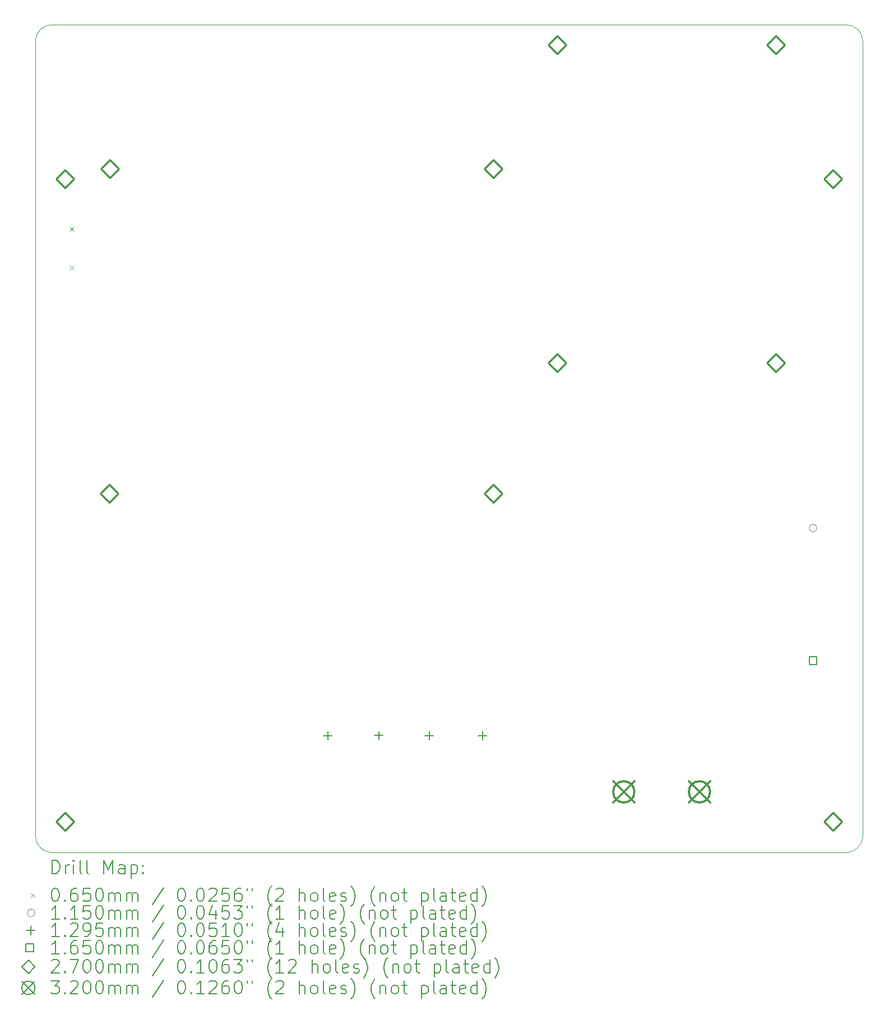
<source format=gbr>
%TF.GenerationSoftware,KiCad,Pcbnew,9.0.6*%
%TF.CreationDate,2025-10-31T11:06:48-04:00*%
%TF.ProjectId,libreboard,6c696272-6562-46f6-9172-642e6b696361,rev?*%
%TF.SameCoordinates,Original*%
%TF.FileFunction,Drillmap*%
%TF.FilePolarity,Positive*%
%FSLAX45Y45*%
G04 Gerber Fmt 4.5, Leading zero omitted, Abs format (unit mm)*
G04 Created by KiCad (PCBNEW 9.0.6) date 2025-10-31 11:06:48*
%MOMM*%
%LPD*%
G01*
G04 APERTURE LIST*
%ADD10C,0.100000*%
%ADD11C,0.200000*%
%ADD12C,0.115000*%
%ADD13C,0.129540*%
%ADD14C,0.165000*%
%ADD15C,0.270000*%
%ADD16C,0.320000*%
G04 APERTURE END LIST*
D10*
X12003889Y-7870430D02*
X23991889Y-7870430D01*
X11747889Y-20114430D02*
X11747889Y-8126430D01*
X11747889Y-8126430D02*
G75*
G02*
X12003889Y-7870429I256001J0D01*
G01*
X23991889Y-20370430D02*
X12003889Y-20370430D01*
X24247889Y-8126430D02*
X24247889Y-20114430D01*
X24247889Y-20114430D02*
G75*
G02*
X23991889Y-20370429I-255999J0D01*
G01*
X12003889Y-20370430D02*
G75*
G02*
X11747890Y-20114430I1J256000D01*
G01*
X23991889Y-7870430D02*
G75*
G02*
X24247890Y-8126430I1J-256000D01*
G01*
D11*
D10*
X12265389Y-10923910D02*
X12330389Y-10988910D01*
X12330389Y-10923910D02*
X12265389Y-10988910D01*
X12265389Y-11501910D02*
X12330389Y-11566910D01*
X12330389Y-11501910D02*
X12265389Y-11566910D01*
D12*
X23552760Y-15470410D02*
G75*
G02*
X23437760Y-15470410I-57500J0D01*
G01*
X23437760Y-15470410D02*
G75*
G02*
X23552760Y-15470410I57500J0D01*
G01*
D13*
X16163889Y-18538660D02*
X16163889Y-18668200D01*
X16099119Y-18603430D02*
X16228659Y-18603430D01*
X16936260Y-18535640D02*
X16936260Y-18665180D01*
X16871490Y-18600410D02*
X17001030Y-18600410D01*
X17696260Y-18538640D02*
X17696260Y-18668180D01*
X17631490Y-18603410D02*
X17761030Y-18603410D01*
X18500940Y-18538304D02*
X18500940Y-18667844D01*
X18436170Y-18603074D02*
X18565710Y-18603074D01*
D14*
X23553597Y-17528747D02*
X23553597Y-17412073D01*
X23436923Y-17412073D01*
X23436923Y-17528747D01*
X23553597Y-17528747D01*
D15*
X12200000Y-10335000D02*
X12335000Y-10200000D01*
X12200000Y-10065000D01*
X12065000Y-10200000D01*
X12200000Y-10335000D01*
X12200000Y-20035000D02*
X12335000Y-19900000D01*
X12200000Y-19765000D01*
X12065000Y-19900000D01*
X12200000Y-20035000D01*
X12869130Y-15082801D02*
X13004130Y-14947801D01*
X12869130Y-14812801D01*
X12734130Y-14947801D01*
X12869130Y-15082801D01*
X12873889Y-10182410D02*
X13008889Y-10047410D01*
X12873889Y-9912410D01*
X12738889Y-10047410D01*
X12873889Y-10182410D01*
X18669130Y-10182410D02*
X18804130Y-10047410D01*
X18669130Y-9912410D01*
X18534130Y-10047410D01*
X18669130Y-10182410D01*
X18669130Y-15082801D02*
X18804130Y-14947801D01*
X18669130Y-14812801D01*
X18534130Y-14947801D01*
X18669130Y-15082801D01*
X19632631Y-8310039D02*
X19767631Y-8175039D01*
X19632631Y-8040039D01*
X19497631Y-8175039D01*
X19632631Y-8310039D01*
X19632631Y-13110039D02*
X19767631Y-12975039D01*
X19632631Y-12840039D01*
X19497631Y-12975039D01*
X19632631Y-13110039D01*
X22932631Y-8310039D02*
X23067631Y-8175039D01*
X22932631Y-8040039D01*
X22797631Y-8175039D01*
X22932631Y-8310039D01*
X22932631Y-13110039D02*
X23067631Y-12975039D01*
X22932631Y-12840039D01*
X22797631Y-12975039D01*
X22932631Y-13110039D01*
X23800000Y-10335000D02*
X23935000Y-10200000D01*
X23800000Y-10065000D01*
X23665000Y-10200000D01*
X23800000Y-10335000D01*
X23800000Y-20035000D02*
X23935000Y-19900000D01*
X23800000Y-19765000D01*
X23665000Y-19900000D01*
X23800000Y-20035000D01*
D16*
X20476389Y-19293430D02*
X20796389Y-19613430D01*
X20796389Y-19293430D02*
X20476389Y-19613430D01*
X20796389Y-19453430D02*
G75*
G02*
X20476389Y-19453430I-160000J0D01*
G01*
X20476389Y-19453430D02*
G75*
G02*
X20796389Y-19453430I160000J0D01*
G01*
X21619389Y-19293430D02*
X21939389Y-19613430D01*
X21939389Y-19293430D02*
X21619389Y-19613430D01*
X21939389Y-19453430D02*
G75*
G02*
X21619389Y-19453430I-160000J0D01*
G01*
X21619389Y-19453430D02*
G75*
G02*
X21939389Y-19453430I160000J0D01*
G01*
D11*
X12003666Y-20686914D02*
X12003666Y-20486914D01*
X12003666Y-20486914D02*
X12051285Y-20486914D01*
X12051285Y-20486914D02*
X12079856Y-20496438D01*
X12079856Y-20496438D02*
X12098904Y-20515485D01*
X12098904Y-20515485D02*
X12108428Y-20534533D01*
X12108428Y-20534533D02*
X12117952Y-20572628D01*
X12117952Y-20572628D02*
X12117952Y-20601200D01*
X12117952Y-20601200D02*
X12108428Y-20639295D01*
X12108428Y-20639295D02*
X12098904Y-20658343D01*
X12098904Y-20658343D02*
X12079856Y-20677390D01*
X12079856Y-20677390D02*
X12051285Y-20686914D01*
X12051285Y-20686914D02*
X12003666Y-20686914D01*
X12203666Y-20686914D02*
X12203666Y-20553581D01*
X12203666Y-20591676D02*
X12213190Y-20572628D01*
X12213190Y-20572628D02*
X12222713Y-20563104D01*
X12222713Y-20563104D02*
X12241761Y-20553581D01*
X12241761Y-20553581D02*
X12260809Y-20553581D01*
X12327475Y-20686914D02*
X12327475Y-20553581D01*
X12327475Y-20486914D02*
X12317952Y-20496438D01*
X12317952Y-20496438D02*
X12327475Y-20505962D01*
X12327475Y-20505962D02*
X12336999Y-20496438D01*
X12336999Y-20496438D02*
X12327475Y-20486914D01*
X12327475Y-20486914D02*
X12327475Y-20505962D01*
X12451285Y-20686914D02*
X12432237Y-20677390D01*
X12432237Y-20677390D02*
X12422713Y-20658343D01*
X12422713Y-20658343D02*
X12422713Y-20486914D01*
X12556047Y-20686914D02*
X12536999Y-20677390D01*
X12536999Y-20677390D02*
X12527475Y-20658343D01*
X12527475Y-20658343D02*
X12527475Y-20486914D01*
X12784618Y-20686914D02*
X12784618Y-20486914D01*
X12784618Y-20486914D02*
X12851285Y-20629771D01*
X12851285Y-20629771D02*
X12917952Y-20486914D01*
X12917952Y-20486914D02*
X12917952Y-20686914D01*
X13098904Y-20686914D02*
X13098904Y-20582152D01*
X13098904Y-20582152D02*
X13089380Y-20563104D01*
X13089380Y-20563104D02*
X13070333Y-20553581D01*
X13070333Y-20553581D02*
X13032237Y-20553581D01*
X13032237Y-20553581D02*
X13013190Y-20563104D01*
X13098904Y-20677390D02*
X13079856Y-20686914D01*
X13079856Y-20686914D02*
X13032237Y-20686914D01*
X13032237Y-20686914D02*
X13013190Y-20677390D01*
X13013190Y-20677390D02*
X13003666Y-20658343D01*
X13003666Y-20658343D02*
X13003666Y-20639295D01*
X13003666Y-20639295D02*
X13013190Y-20620247D01*
X13013190Y-20620247D02*
X13032237Y-20610724D01*
X13032237Y-20610724D02*
X13079856Y-20610724D01*
X13079856Y-20610724D02*
X13098904Y-20601200D01*
X13194142Y-20553581D02*
X13194142Y-20753581D01*
X13194142Y-20563104D02*
X13213190Y-20553581D01*
X13213190Y-20553581D02*
X13251285Y-20553581D01*
X13251285Y-20553581D02*
X13270333Y-20563104D01*
X13270333Y-20563104D02*
X13279856Y-20572628D01*
X13279856Y-20572628D02*
X13289380Y-20591676D01*
X13289380Y-20591676D02*
X13289380Y-20648819D01*
X13289380Y-20648819D02*
X13279856Y-20667866D01*
X13279856Y-20667866D02*
X13270333Y-20677390D01*
X13270333Y-20677390D02*
X13251285Y-20686914D01*
X13251285Y-20686914D02*
X13213190Y-20686914D01*
X13213190Y-20686914D02*
X13194142Y-20677390D01*
X13375094Y-20667866D02*
X13384618Y-20677390D01*
X13384618Y-20677390D02*
X13375094Y-20686914D01*
X13375094Y-20686914D02*
X13365571Y-20677390D01*
X13365571Y-20677390D02*
X13375094Y-20667866D01*
X13375094Y-20667866D02*
X13375094Y-20686914D01*
X13375094Y-20563104D02*
X13384618Y-20572628D01*
X13384618Y-20572628D02*
X13375094Y-20582152D01*
X13375094Y-20582152D02*
X13365571Y-20572628D01*
X13365571Y-20572628D02*
X13375094Y-20563104D01*
X13375094Y-20563104D02*
X13375094Y-20582152D01*
D10*
X11677889Y-20982930D02*
X11742889Y-21047930D01*
X11742889Y-20982930D02*
X11677889Y-21047930D01*
D11*
X12041761Y-20906914D02*
X12060809Y-20906914D01*
X12060809Y-20906914D02*
X12079856Y-20916438D01*
X12079856Y-20916438D02*
X12089380Y-20925962D01*
X12089380Y-20925962D02*
X12098904Y-20945009D01*
X12098904Y-20945009D02*
X12108428Y-20983104D01*
X12108428Y-20983104D02*
X12108428Y-21030724D01*
X12108428Y-21030724D02*
X12098904Y-21068819D01*
X12098904Y-21068819D02*
X12089380Y-21087866D01*
X12089380Y-21087866D02*
X12079856Y-21097390D01*
X12079856Y-21097390D02*
X12060809Y-21106914D01*
X12060809Y-21106914D02*
X12041761Y-21106914D01*
X12041761Y-21106914D02*
X12022713Y-21097390D01*
X12022713Y-21097390D02*
X12013190Y-21087866D01*
X12013190Y-21087866D02*
X12003666Y-21068819D01*
X12003666Y-21068819D02*
X11994142Y-21030724D01*
X11994142Y-21030724D02*
X11994142Y-20983104D01*
X11994142Y-20983104D02*
X12003666Y-20945009D01*
X12003666Y-20945009D02*
X12013190Y-20925962D01*
X12013190Y-20925962D02*
X12022713Y-20916438D01*
X12022713Y-20916438D02*
X12041761Y-20906914D01*
X12194142Y-21087866D02*
X12203666Y-21097390D01*
X12203666Y-21097390D02*
X12194142Y-21106914D01*
X12194142Y-21106914D02*
X12184618Y-21097390D01*
X12184618Y-21097390D02*
X12194142Y-21087866D01*
X12194142Y-21087866D02*
X12194142Y-21106914D01*
X12375094Y-20906914D02*
X12336999Y-20906914D01*
X12336999Y-20906914D02*
X12317952Y-20916438D01*
X12317952Y-20916438D02*
X12308428Y-20925962D01*
X12308428Y-20925962D02*
X12289380Y-20954533D01*
X12289380Y-20954533D02*
X12279856Y-20992628D01*
X12279856Y-20992628D02*
X12279856Y-21068819D01*
X12279856Y-21068819D02*
X12289380Y-21087866D01*
X12289380Y-21087866D02*
X12298904Y-21097390D01*
X12298904Y-21097390D02*
X12317952Y-21106914D01*
X12317952Y-21106914D02*
X12356047Y-21106914D01*
X12356047Y-21106914D02*
X12375094Y-21097390D01*
X12375094Y-21097390D02*
X12384618Y-21087866D01*
X12384618Y-21087866D02*
X12394142Y-21068819D01*
X12394142Y-21068819D02*
X12394142Y-21021200D01*
X12394142Y-21021200D02*
X12384618Y-21002152D01*
X12384618Y-21002152D02*
X12375094Y-20992628D01*
X12375094Y-20992628D02*
X12356047Y-20983104D01*
X12356047Y-20983104D02*
X12317952Y-20983104D01*
X12317952Y-20983104D02*
X12298904Y-20992628D01*
X12298904Y-20992628D02*
X12289380Y-21002152D01*
X12289380Y-21002152D02*
X12279856Y-21021200D01*
X12575094Y-20906914D02*
X12479856Y-20906914D01*
X12479856Y-20906914D02*
X12470333Y-21002152D01*
X12470333Y-21002152D02*
X12479856Y-20992628D01*
X12479856Y-20992628D02*
X12498904Y-20983104D01*
X12498904Y-20983104D02*
X12546523Y-20983104D01*
X12546523Y-20983104D02*
X12565571Y-20992628D01*
X12565571Y-20992628D02*
X12575094Y-21002152D01*
X12575094Y-21002152D02*
X12584618Y-21021200D01*
X12584618Y-21021200D02*
X12584618Y-21068819D01*
X12584618Y-21068819D02*
X12575094Y-21087866D01*
X12575094Y-21087866D02*
X12565571Y-21097390D01*
X12565571Y-21097390D02*
X12546523Y-21106914D01*
X12546523Y-21106914D02*
X12498904Y-21106914D01*
X12498904Y-21106914D02*
X12479856Y-21097390D01*
X12479856Y-21097390D02*
X12470333Y-21087866D01*
X12708428Y-20906914D02*
X12727475Y-20906914D01*
X12727475Y-20906914D02*
X12746523Y-20916438D01*
X12746523Y-20916438D02*
X12756047Y-20925962D01*
X12756047Y-20925962D02*
X12765571Y-20945009D01*
X12765571Y-20945009D02*
X12775094Y-20983104D01*
X12775094Y-20983104D02*
X12775094Y-21030724D01*
X12775094Y-21030724D02*
X12765571Y-21068819D01*
X12765571Y-21068819D02*
X12756047Y-21087866D01*
X12756047Y-21087866D02*
X12746523Y-21097390D01*
X12746523Y-21097390D02*
X12727475Y-21106914D01*
X12727475Y-21106914D02*
X12708428Y-21106914D01*
X12708428Y-21106914D02*
X12689380Y-21097390D01*
X12689380Y-21097390D02*
X12679856Y-21087866D01*
X12679856Y-21087866D02*
X12670333Y-21068819D01*
X12670333Y-21068819D02*
X12660809Y-21030724D01*
X12660809Y-21030724D02*
X12660809Y-20983104D01*
X12660809Y-20983104D02*
X12670333Y-20945009D01*
X12670333Y-20945009D02*
X12679856Y-20925962D01*
X12679856Y-20925962D02*
X12689380Y-20916438D01*
X12689380Y-20916438D02*
X12708428Y-20906914D01*
X12860809Y-21106914D02*
X12860809Y-20973581D01*
X12860809Y-20992628D02*
X12870333Y-20983104D01*
X12870333Y-20983104D02*
X12889380Y-20973581D01*
X12889380Y-20973581D02*
X12917952Y-20973581D01*
X12917952Y-20973581D02*
X12936999Y-20983104D01*
X12936999Y-20983104D02*
X12946523Y-21002152D01*
X12946523Y-21002152D02*
X12946523Y-21106914D01*
X12946523Y-21002152D02*
X12956047Y-20983104D01*
X12956047Y-20983104D02*
X12975094Y-20973581D01*
X12975094Y-20973581D02*
X13003666Y-20973581D01*
X13003666Y-20973581D02*
X13022714Y-20983104D01*
X13022714Y-20983104D02*
X13032237Y-21002152D01*
X13032237Y-21002152D02*
X13032237Y-21106914D01*
X13127475Y-21106914D02*
X13127475Y-20973581D01*
X13127475Y-20992628D02*
X13136999Y-20983104D01*
X13136999Y-20983104D02*
X13156047Y-20973581D01*
X13156047Y-20973581D02*
X13184618Y-20973581D01*
X13184618Y-20973581D02*
X13203666Y-20983104D01*
X13203666Y-20983104D02*
X13213190Y-21002152D01*
X13213190Y-21002152D02*
X13213190Y-21106914D01*
X13213190Y-21002152D02*
X13222714Y-20983104D01*
X13222714Y-20983104D02*
X13241761Y-20973581D01*
X13241761Y-20973581D02*
X13270333Y-20973581D01*
X13270333Y-20973581D02*
X13289380Y-20983104D01*
X13289380Y-20983104D02*
X13298904Y-21002152D01*
X13298904Y-21002152D02*
X13298904Y-21106914D01*
X13689380Y-20897390D02*
X13517952Y-21154533D01*
X13946523Y-20906914D02*
X13965571Y-20906914D01*
X13965571Y-20906914D02*
X13984618Y-20916438D01*
X13984618Y-20916438D02*
X13994142Y-20925962D01*
X13994142Y-20925962D02*
X14003666Y-20945009D01*
X14003666Y-20945009D02*
X14013190Y-20983104D01*
X14013190Y-20983104D02*
X14013190Y-21030724D01*
X14013190Y-21030724D02*
X14003666Y-21068819D01*
X14003666Y-21068819D02*
X13994142Y-21087866D01*
X13994142Y-21087866D02*
X13984618Y-21097390D01*
X13984618Y-21097390D02*
X13965571Y-21106914D01*
X13965571Y-21106914D02*
X13946523Y-21106914D01*
X13946523Y-21106914D02*
X13927476Y-21097390D01*
X13927476Y-21097390D02*
X13917952Y-21087866D01*
X13917952Y-21087866D02*
X13908428Y-21068819D01*
X13908428Y-21068819D02*
X13898904Y-21030724D01*
X13898904Y-21030724D02*
X13898904Y-20983104D01*
X13898904Y-20983104D02*
X13908428Y-20945009D01*
X13908428Y-20945009D02*
X13917952Y-20925962D01*
X13917952Y-20925962D02*
X13927476Y-20916438D01*
X13927476Y-20916438D02*
X13946523Y-20906914D01*
X14098904Y-21087866D02*
X14108428Y-21097390D01*
X14108428Y-21097390D02*
X14098904Y-21106914D01*
X14098904Y-21106914D02*
X14089380Y-21097390D01*
X14089380Y-21097390D02*
X14098904Y-21087866D01*
X14098904Y-21087866D02*
X14098904Y-21106914D01*
X14232237Y-20906914D02*
X14251285Y-20906914D01*
X14251285Y-20906914D02*
X14270333Y-20916438D01*
X14270333Y-20916438D02*
X14279857Y-20925962D01*
X14279857Y-20925962D02*
X14289380Y-20945009D01*
X14289380Y-20945009D02*
X14298904Y-20983104D01*
X14298904Y-20983104D02*
X14298904Y-21030724D01*
X14298904Y-21030724D02*
X14289380Y-21068819D01*
X14289380Y-21068819D02*
X14279857Y-21087866D01*
X14279857Y-21087866D02*
X14270333Y-21097390D01*
X14270333Y-21097390D02*
X14251285Y-21106914D01*
X14251285Y-21106914D02*
X14232237Y-21106914D01*
X14232237Y-21106914D02*
X14213190Y-21097390D01*
X14213190Y-21097390D02*
X14203666Y-21087866D01*
X14203666Y-21087866D02*
X14194142Y-21068819D01*
X14194142Y-21068819D02*
X14184618Y-21030724D01*
X14184618Y-21030724D02*
X14184618Y-20983104D01*
X14184618Y-20983104D02*
X14194142Y-20945009D01*
X14194142Y-20945009D02*
X14203666Y-20925962D01*
X14203666Y-20925962D02*
X14213190Y-20916438D01*
X14213190Y-20916438D02*
X14232237Y-20906914D01*
X14375095Y-20925962D02*
X14384618Y-20916438D01*
X14384618Y-20916438D02*
X14403666Y-20906914D01*
X14403666Y-20906914D02*
X14451285Y-20906914D01*
X14451285Y-20906914D02*
X14470333Y-20916438D01*
X14470333Y-20916438D02*
X14479857Y-20925962D01*
X14479857Y-20925962D02*
X14489380Y-20945009D01*
X14489380Y-20945009D02*
X14489380Y-20964057D01*
X14489380Y-20964057D02*
X14479857Y-20992628D01*
X14479857Y-20992628D02*
X14365571Y-21106914D01*
X14365571Y-21106914D02*
X14489380Y-21106914D01*
X14670333Y-20906914D02*
X14575095Y-20906914D01*
X14575095Y-20906914D02*
X14565571Y-21002152D01*
X14565571Y-21002152D02*
X14575095Y-20992628D01*
X14575095Y-20992628D02*
X14594142Y-20983104D01*
X14594142Y-20983104D02*
X14641761Y-20983104D01*
X14641761Y-20983104D02*
X14660809Y-20992628D01*
X14660809Y-20992628D02*
X14670333Y-21002152D01*
X14670333Y-21002152D02*
X14679857Y-21021200D01*
X14679857Y-21021200D02*
X14679857Y-21068819D01*
X14679857Y-21068819D02*
X14670333Y-21087866D01*
X14670333Y-21087866D02*
X14660809Y-21097390D01*
X14660809Y-21097390D02*
X14641761Y-21106914D01*
X14641761Y-21106914D02*
X14594142Y-21106914D01*
X14594142Y-21106914D02*
X14575095Y-21097390D01*
X14575095Y-21097390D02*
X14565571Y-21087866D01*
X14851285Y-20906914D02*
X14813190Y-20906914D01*
X14813190Y-20906914D02*
X14794142Y-20916438D01*
X14794142Y-20916438D02*
X14784618Y-20925962D01*
X14784618Y-20925962D02*
X14765571Y-20954533D01*
X14765571Y-20954533D02*
X14756047Y-20992628D01*
X14756047Y-20992628D02*
X14756047Y-21068819D01*
X14756047Y-21068819D02*
X14765571Y-21087866D01*
X14765571Y-21087866D02*
X14775095Y-21097390D01*
X14775095Y-21097390D02*
X14794142Y-21106914D01*
X14794142Y-21106914D02*
X14832238Y-21106914D01*
X14832238Y-21106914D02*
X14851285Y-21097390D01*
X14851285Y-21097390D02*
X14860809Y-21087866D01*
X14860809Y-21087866D02*
X14870333Y-21068819D01*
X14870333Y-21068819D02*
X14870333Y-21021200D01*
X14870333Y-21021200D02*
X14860809Y-21002152D01*
X14860809Y-21002152D02*
X14851285Y-20992628D01*
X14851285Y-20992628D02*
X14832238Y-20983104D01*
X14832238Y-20983104D02*
X14794142Y-20983104D01*
X14794142Y-20983104D02*
X14775095Y-20992628D01*
X14775095Y-20992628D02*
X14765571Y-21002152D01*
X14765571Y-21002152D02*
X14756047Y-21021200D01*
X14946523Y-20906914D02*
X14946523Y-20945009D01*
X15022714Y-20906914D02*
X15022714Y-20945009D01*
X15317952Y-21183104D02*
X15308428Y-21173581D01*
X15308428Y-21173581D02*
X15289380Y-21145009D01*
X15289380Y-21145009D02*
X15279857Y-21125962D01*
X15279857Y-21125962D02*
X15270333Y-21097390D01*
X15270333Y-21097390D02*
X15260809Y-21049771D01*
X15260809Y-21049771D02*
X15260809Y-21011676D01*
X15260809Y-21011676D02*
X15270333Y-20964057D01*
X15270333Y-20964057D02*
X15279857Y-20935485D01*
X15279857Y-20935485D02*
X15289380Y-20916438D01*
X15289380Y-20916438D02*
X15308428Y-20887866D01*
X15308428Y-20887866D02*
X15317952Y-20878343D01*
X15384619Y-20925962D02*
X15394142Y-20916438D01*
X15394142Y-20916438D02*
X15413190Y-20906914D01*
X15413190Y-20906914D02*
X15460809Y-20906914D01*
X15460809Y-20906914D02*
X15479857Y-20916438D01*
X15479857Y-20916438D02*
X15489380Y-20925962D01*
X15489380Y-20925962D02*
X15498904Y-20945009D01*
X15498904Y-20945009D02*
X15498904Y-20964057D01*
X15498904Y-20964057D02*
X15489380Y-20992628D01*
X15489380Y-20992628D02*
X15375095Y-21106914D01*
X15375095Y-21106914D02*
X15498904Y-21106914D01*
X15737000Y-21106914D02*
X15737000Y-20906914D01*
X15822714Y-21106914D02*
X15822714Y-21002152D01*
X15822714Y-21002152D02*
X15813190Y-20983104D01*
X15813190Y-20983104D02*
X15794142Y-20973581D01*
X15794142Y-20973581D02*
X15765571Y-20973581D01*
X15765571Y-20973581D02*
X15746523Y-20983104D01*
X15746523Y-20983104D02*
X15737000Y-20992628D01*
X15946523Y-21106914D02*
X15927476Y-21097390D01*
X15927476Y-21097390D02*
X15917952Y-21087866D01*
X15917952Y-21087866D02*
X15908428Y-21068819D01*
X15908428Y-21068819D02*
X15908428Y-21011676D01*
X15908428Y-21011676D02*
X15917952Y-20992628D01*
X15917952Y-20992628D02*
X15927476Y-20983104D01*
X15927476Y-20983104D02*
X15946523Y-20973581D01*
X15946523Y-20973581D02*
X15975095Y-20973581D01*
X15975095Y-20973581D02*
X15994142Y-20983104D01*
X15994142Y-20983104D02*
X16003666Y-20992628D01*
X16003666Y-20992628D02*
X16013190Y-21011676D01*
X16013190Y-21011676D02*
X16013190Y-21068819D01*
X16013190Y-21068819D02*
X16003666Y-21087866D01*
X16003666Y-21087866D02*
X15994142Y-21097390D01*
X15994142Y-21097390D02*
X15975095Y-21106914D01*
X15975095Y-21106914D02*
X15946523Y-21106914D01*
X16127476Y-21106914D02*
X16108428Y-21097390D01*
X16108428Y-21097390D02*
X16098904Y-21078343D01*
X16098904Y-21078343D02*
X16098904Y-20906914D01*
X16279857Y-21097390D02*
X16260809Y-21106914D01*
X16260809Y-21106914D02*
X16222714Y-21106914D01*
X16222714Y-21106914D02*
X16203666Y-21097390D01*
X16203666Y-21097390D02*
X16194142Y-21078343D01*
X16194142Y-21078343D02*
X16194142Y-21002152D01*
X16194142Y-21002152D02*
X16203666Y-20983104D01*
X16203666Y-20983104D02*
X16222714Y-20973581D01*
X16222714Y-20973581D02*
X16260809Y-20973581D01*
X16260809Y-20973581D02*
X16279857Y-20983104D01*
X16279857Y-20983104D02*
X16289381Y-21002152D01*
X16289381Y-21002152D02*
X16289381Y-21021200D01*
X16289381Y-21021200D02*
X16194142Y-21040247D01*
X16365571Y-21097390D02*
X16384619Y-21106914D01*
X16384619Y-21106914D02*
X16422714Y-21106914D01*
X16422714Y-21106914D02*
X16441762Y-21097390D01*
X16441762Y-21097390D02*
X16451285Y-21078343D01*
X16451285Y-21078343D02*
X16451285Y-21068819D01*
X16451285Y-21068819D02*
X16441762Y-21049771D01*
X16441762Y-21049771D02*
X16422714Y-21040247D01*
X16422714Y-21040247D02*
X16394142Y-21040247D01*
X16394142Y-21040247D02*
X16375095Y-21030724D01*
X16375095Y-21030724D02*
X16365571Y-21011676D01*
X16365571Y-21011676D02*
X16365571Y-21002152D01*
X16365571Y-21002152D02*
X16375095Y-20983104D01*
X16375095Y-20983104D02*
X16394142Y-20973581D01*
X16394142Y-20973581D02*
X16422714Y-20973581D01*
X16422714Y-20973581D02*
X16441762Y-20983104D01*
X16517952Y-21183104D02*
X16527476Y-21173581D01*
X16527476Y-21173581D02*
X16546523Y-21145009D01*
X16546523Y-21145009D02*
X16556047Y-21125962D01*
X16556047Y-21125962D02*
X16565571Y-21097390D01*
X16565571Y-21097390D02*
X16575095Y-21049771D01*
X16575095Y-21049771D02*
X16575095Y-21011676D01*
X16575095Y-21011676D02*
X16565571Y-20964057D01*
X16565571Y-20964057D02*
X16556047Y-20935485D01*
X16556047Y-20935485D02*
X16546523Y-20916438D01*
X16546523Y-20916438D02*
X16527476Y-20887866D01*
X16527476Y-20887866D02*
X16517952Y-20878343D01*
X16879857Y-21183104D02*
X16870333Y-21173581D01*
X16870333Y-21173581D02*
X16851285Y-21145009D01*
X16851285Y-21145009D02*
X16841762Y-21125962D01*
X16841762Y-21125962D02*
X16832238Y-21097390D01*
X16832238Y-21097390D02*
X16822714Y-21049771D01*
X16822714Y-21049771D02*
X16822714Y-21011676D01*
X16822714Y-21011676D02*
X16832238Y-20964057D01*
X16832238Y-20964057D02*
X16841762Y-20935485D01*
X16841762Y-20935485D02*
X16851285Y-20916438D01*
X16851285Y-20916438D02*
X16870333Y-20887866D01*
X16870333Y-20887866D02*
X16879857Y-20878343D01*
X16956047Y-20973581D02*
X16956047Y-21106914D01*
X16956047Y-20992628D02*
X16965571Y-20983104D01*
X16965571Y-20983104D02*
X16984619Y-20973581D01*
X16984619Y-20973581D02*
X17013190Y-20973581D01*
X17013190Y-20973581D02*
X17032238Y-20983104D01*
X17032238Y-20983104D02*
X17041762Y-21002152D01*
X17041762Y-21002152D02*
X17041762Y-21106914D01*
X17165571Y-21106914D02*
X17146524Y-21097390D01*
X17146524Y-21097390D02*
X17137000Y-21087866D01*
X17137000Y-21087866D02*
X17127476Y-21068819D01*
X17127476Y-21068819D02*
X17127476Y-21011676D01*
X17127476Y-21011676D02*
X17137000Y-20992628D01*
X17137000Y-20992628D02*
X17146524Y-20983104D01*
X17146524Y-20983104D02*
X17165571Y-20973581D01*
X17165571Y-20973581D02*
X17194143Y-20973581D01*
X17194143Y-20973581D02*
X17213190Y-20983104D01*
X17213190Y-20983104D02*
X17222714Y-20992628D01*
X17222714Y-20992628D02*
X17232238Y-21011676D01*
X17232238Y-21011676D02*
X17232238Y-21068819D01*
X17232238Y-21068819D02*
X17222714Y-21087866D01*
X17222714Y-21087866D02*
X17213190Y-21097390D01*
X17213190Y-21097390D02*
X17194143Y-21106914D01*
X17194143Y-21106914D02*
X17165571Y-21106914D01*
X17289381Y-20973581D02*
X17365571Y-20973581D01*
X17317952Y-20906914D02*
X17317952Y-21078343D01*
X17317952Y-21078343D02*
X17327476Y-21097390D01*
X17327476Y-21097390D02*
X17346524Y-21106914D01*
X17346524Y-21106914D02*
X17365571Y-21106914D01*
X17584619Y-20973581D02*
X17584619Y-21173581D01*
X17584619Y-20983104D02*
X17603666Y-20973581D01*
X17603666Y-20973581D02*
X17641762Y-20973581D01*
X17641762Y-20973581D02*
X17660809Y-20983104D01*
X17660809Y-20983104D02*
X17670333Y-20992628D01*
X17670333Y-20992628D02*
X17679857Y-21011676D01*
X17679857Y-21011676D02*
X17679857Y-21068819D01*
X17679857Y-21068819D02*
X17670333Y-21087866D01*
X17670333Y-21087866D02*
X17660809Y-21097390D01*
X17660809Y-21097390D02*
X17641762Y-21106914D01*
X17641762Y-21106914D02*
X17603666Y-21106914D01*
X17603666Y-21106914D02*
X17584619Y-21097390D01*
X17794143Y-21106914D02*
X17775095Y-21097390D01*
X17775095Y-21097390D02*
X17765571Y-21078343D01*
X17765571Y-21078343D02*
X17765571Y-20906914D01*
X17956047Y-21106914D02*
X17956047Y-21002152D01*
X17956047Y-21002152D02*
X17946524Y-20983104D01*
X17946524Y-20983104D02*
X17927476Y-20973581D01*
X17927476Y-20973581D02*
X17889381Y-20973581D01*
X17889381Y-20973581D02*
X17870333Y-20983104D01*
X17956047Y-21097390D02*
X17937000Y-21106914D01*
X17937000Y-21106914D02*
X17889381Y-21106914D01*
X17889381Y-21106914D02*
X17870333Y-21097390D01*
X17870333Y-21097390D02*
X17860809Y-21078343D01*
X17860809Y-21078343D02*
X17860809Y-21059295D01*
X17860809Y-21059295D02*
X17870333Y-21040247D01*
X17870333Y-21040247D02*
X17889381Y-21030724D01*
X17889381Y-21030724D02*
X17937000Y-21030724D01*
X17937000Y-21030724D02*
X17956047Y-21021200D01*
X18022714Y-20973581D02*
X18098905Y-20973581D01*
X18051286Y-20906914D02*
X18051286Y-21078343D01*
X18051286Y-21078343D02*
X18060809Y-21097390D01*
X18060809Y-21097390D02*
X18079857Y-21106914D01*
X18079857Y-21106914D02*
X18098905Y-21106914D01*
X18241762Y-21097390D02*
X18222714Y-21106914D01*
X18222714Y-21106914D02*
X18184619Y-21106914D01*
X18184619Y-21106914D02*
X18165571Y-21097390D01*
X18165571Y-21097390D02*
X18156047Y-21078343D01*
X18156047Y-21078343D02*
X18156047Y-21002152D01*
X18156047Y-21002152D02*
X18165571Y-20983104D01*
X18165571Y-20983104D02*
X18184619Y-20973581D01*
X18184619Y-20973581D02*
X18222714Y-20973581D01*
X18222714Y-20973581D02*
X18241762Y-20983104D01*
X18241762Y-20983104D02*
X18251286Y-21002152D01*
X18251286Y-21002152D02*
X18251286Y-21021200D01*
X18251286Y-21021200D02*
X18156047Y-21040247D01*
X18422714Y-21106914D02*
X18422714Y-20906914D01*
X18422714Y-21097390D02*
X18403667Y-21106914D01*
X18403667Y-21106914D02*
X18365571Y-21106914D01*
X18365571Y-21106914D02*
X18346524Y-21097390D01*
X18346524Y-21097390D02*
X18337000Y-21087866D01*
X18337000Y-21087866D02*
X18327476Y-21068819D01*
X18327476Y-21068819D02*
X18327476Y-21011676D01*
X18327476Y-21011676D02*
X18337000Y-20992628D01*
X18337000Y-20992628D02*
X18346524Y-20983104D01*
X18346524Y-20983104D02*
X18365571Y-20973581D01*
X18365571Y-20973581D02*
X18403667Y-20973581D01*
X18403667Y-20973581D02*
X18422714Y-20983104D01*
X18498905Y-21183104D02*
X18508428Y-21173581D01*
X18508428Y-21173581D02*
X18527476Y-21145009D01*
X18527476Y-21145009D02*
X18537000Y-21125962D01*
X18537000Y-21125962D02*
X18546524Y-21097390D01*
X18546524Y-21097390D02*
X18556047Y-21049771D01*
X18556047Y-21049771D02*
X18556047Y-21011676D01*
X18556047Y-21011676D02*
X18546524Y-20964057D01*
X18546524Y-20964057D02*
X18537000Y-20935485D01*
X18537000Y-20935485D02*
X18527476Y-20916438D01*
X18527476Y-20916438D02*
X18508428Y-20887866D01*
X18508428Y-20887866D02*
X18498905Y-20878343D01*
D12*
X11742889Y-21279430D02*
G75*
G02*
X11627889Y-21279430I-57500J0D01*
G01*
X11627889Y-21279430D02*
G75*
G02*
X11742889Y-21279430I57500J0D01*
G01*
D11*
X12108428Y-21370914D02*
X11994142Y-21370914D01*
X12051285Y-21370914D02*
X12051285Y-21170914D01*
X12051285Y-21170914D02*
X12032237Y-21199485D01*
X12032237Y-21199485D02*
X12013190Y-21218533D01*
X12013190Y-21218533D02*
X11994142Y-21228057D01*
X12194142Y-21351866D02*
X12203666Y-21361390D01*
X12203666Y-21361390D02*
X12194142Y-21370914D01*
X12194142Y-21370914D02*
X12184618Y-21361390D01*
X12184618Y-21361390D02*
X12194142Y-21351866D01*
X12194142Y-21351866D02*
X12194142Y-21370914D01*
X12394142Y-21370914D02*
X12279856Y-21370914D01*
X12336999Y-21370914D02*
X12336999Y-21170914D01*
X12336999Y-21170914D02*
X12317952Y-21199485D01*
X12317952Y-21199485D02*
X12298904Y-21218533D01*
X12298904Y-21218533D02*
X12279856Y-21228057D01*
X12575094Y-21170914D02*
X12479856Y-21170914D01*
X12479856Y-21170914D02*
X12470333Y-21266152D01*
X12470333Y-21266152D02*
X12479856Y-21256628D01*
X12479856Y-21256628D02*
X12498904Y-21247104D01*
X12498904Y-21247104D02*
X12546523Y-21247104D01*
X12546523Y-21247104D02*
X12565571Y-21256628D01*
X12565571Y-21256628D02*
X12575094Y-21266152D01*
X12575094Y-21266152D02*
X12584618Y-21285200D01*
X12584618Y-21285200D02*
X12584618Y-21332819D01*
X12584618Y-21332819D02*
X12575094Y-21351866D01*
X12575094Y-21351866D02*
X12565571Y-21361390D01*
X12565571Y-21361390D02*
X12546523Y-21370914D01*
X12546523Y-21370914D02*
X12498904Y-21370914D01*
X12498904Y-21370914D02*
X12479856Y-21361390D01*
X12479856Y-21361390D02*
X12470333Y-21351866D01*
X12708428Y-21170914D02*
X12727475Y-21170914D01*
X12727475Y-21170914D02*
X12746523Y-21180438D01*
X12746523Y-21180438D02*
X12756047Y-21189962D01*
X12756047Y-21189962D02*
X12765571Y-21209009D01*
X12765571Y-21209009D02*
X12775094Y-21247104D01*
X12775094Y-21247104D02*
X12775094Y-21294724D01*
X12775094Y-21294724D02*
X12765571Y-21332819D01*
X12765571Y-21332819D02*
X12756047Y-21351866D01*
X12756047Y-21351866D02*
X12746523Y-21361390D01*
X12746523Y-21361390D02*
X12727475Y-21370914D01*
X12727475Y-21370914D02*
X12708428Y-21370914D01*
X12708428Y-21370914D02*
X12689380Y-21361390D01*
X12689380Y-21361390D02*
X12679856Y-21351866D01*
X12679856Y-21351866D02*
X12670333Y-21332819D01*
X12670333Y-21332819D02*
X12660809Y-21294724D01*
X12660809Y-21294724D02*
X12660809Y-21247104D01*
X12660809Y-21247104D02*
X12670333Y-21209009D01*
X12670333Y-21209009D02*
X12679856Y-21189962D01*
X12679856Y-21189962D02*
X12689380Y-21180438D01*
X12689380Y-21180438D02*
X12708428Y-21170914D01*
X12860809Y-21370914D02*
X12860809Y-21237581D01*
X12860809Y-21256628D02*
X12870333Y-21247104D01*
X12870333Y-21247104D02*
X12889380Y-21237581D01*
X12889380Y-21237581D02*
X12917952Y-21237581D01*
X12917952Y-21237581D02*
X12936999Y-21247104D01*
X12936999Y-21247104D02*
X12946523Y-21266152D01*
X12946523Y-21266152D02*
X12946523Y-21370914D01*
X12946523Y-21266152D02*
X12956047Y-21247104D01*
X12956047Y-21247104D02*
X12975094Y-21237581D01*
X12975094Y-21237581D02*
X13003666Y-21237581D01*
X13003666Y-21237581D02*
X13022714Y-21247104D01*
X13022714Y-21247104D02*
X13032237Y-21266152D01*
X13032237Y-21266152D02*
X13032237Y-21370914D01*
X13127475Y-21370914D02*
X13127475Y-21237581D01*
X13127475Y-21256628D02*
X13136999Y-21247104D01*
X13136999Y-21247104D02*
X13156047Y-21237581D01*
X13156047Y-21237581D02*
X13184618Y-21237581D01*
X13184618Y-21237581D02*
X13203666Y-21247104D01*
X13203666Y-21247104D02*
X13213190Y-21266152D01*
X13213190Y-21266152D02*
X13213190Y-21370914D01*
X13213190Y-21266152D02*
X13222714Y-21247104D01*
X13222714Y-21247104D02*
X13241761Y-21237581D01*
X13241761Y-21237581D02*
X13270333Y-21237581D01*
X13270333Y-21237581D02*
X13289380Y-21247104D01*
X13289380Y-21247104D02*
X13298904Y-21266152D01*
X13298904Y-21266152D02*
X13298904Y-21370914D01*
X13689380Y-21161390D02*
X13517952Y-21418533D01*
X13946523Y-21170914D02*
X13965571Y-21170914D01*
X13965571Y-21170914D02*
X13984618Y-21180438D01*
X13984618Y-21180438D02*
X13994142Y-21189962D01*
X13994142Y-21189962D02*
X14003666Y-21209009D01*
X14003666Y-21209009D02*
X14013190Y-21247104D01*
X14013190Y-21247104D02*
X14013190Y-21294724D01*
X14013190Y-21294724D02*
X14003666Y-21332819D01*
X14003666Y-21332819D02*
X13994142Y-21351866D01*
X13994142Y-21351866D02*
X13984618Y-21361390D01*
X13984618Y-21361390D02*
X13965571Y-21370914D01*
X13965571Y-21370914D02*
X13946523Y-21370914D01*
X13946523Y-21370914D02*
X13927476Y-21361390D01*
X13927476Y-21361390D02*
X13917952Y-21351866D01*
X13917952Y-21351866D02*
X13908428Y-21332819D01*
X13908428Y-21332819D02*
X13898904Y-21294724D01*
X13898904Y-21294724D02*
X13898904Y-21247104D01*
X13898904Y-21247104D02*
X13908428Y-21209009D01*
X13908428Y-21209009D02*
X13917952Y-21189962D01*
X13917952Y-21189962D02*
X13927476Y-21180438D01*
X13927476Y-21180438D02*
X13946523Y-21170914D01*
X14098904Y-21351866D02*
X14108428Y-21361390D01*
X14108428Y-21361390D02*
X14098904Y-21370914D01*
X14098904Y-21370914D02*
X14089380Y-21361390D01*
X14089380Y-21361390D02*
X14098904Y-21351866D01*
X14098904Y-21351866D02*
X14098904Y-21370914D01*
X14232237Y-21170914D02*
X14251285Y-21170914D01*
X14251285Y-21170914D02*
X14270333Y-21180438D01*
X14270333Y-21180438D02*
X14279857Y-21189962D01*
X14279857Y-21189962D02*
X14289380Y-21209009D01*
X14289380Y-21209009D02*
X14298904Y-21247104D01*
X14298904Y-21247104D02*
X14298904Y-21294724D01*
X14298904Y-21294724D02*
X14289380Y-21332819D01*
X14289380Y-21332819D02*
X14279857Y-21351866D01*
X14279857Y-21351866D02*
X14270333Y-21361390D01*
X14270333Y-21361390D02*
X14251285Y-21370914D01*
X14251285Y-21370914D02*
X14232237Y-21370914D01*
X14232237Y-21370914D02*
X14213190Y-21361390D01*
X14213190Y-21361390D02*
X14203666Y-21351866D01*
X14203666Y-21351866D02*
X14194142Y-21332819D01*
X14194142Y-21332819D02*
X14184618Y-21294724D01*
X14184618Y-21294724D02*
X14184618Y-21247104D01*
X14184618Y-21247104D02*
X14194142Y-21209009D01*
X14194142Y-21209009D02*
X14203666Y-21189962D01*
X14203666Y-21189962D02*
X14213190Y-21180438D01*
X14213190Y-21180438D02*
X14232237Y-21170914D01*
X14470333Y-21237581D02*
X14470333Y-21370914D01*
X14422714Y-21161390D02*
X14375095Y-21304247D01*
X14375095Y-21304247D02*
X14498904Y-21304247D01*
X14670333Y-21170914D02*
X14575095Y-21170914D01*
X14575095Y-21170914D02*
X14565571Y-21266152D01*
X14565571Y-21266152D02*
X14575095Y-21256628D01*
X14575095Y-21256628D02*
X14594142Y-21247104D01*
X14594142Y-21247104D02*
X14641761Y-21247104D01*
X14641761Y-21247104D02*
X14660809Y-21256628D01*
X14660809Y-21256628D02*
X14670333Y-21266152D01*
X14670333Y-21266152D02*
X14679857Y-21285200D01*
X14679857Y-21285200D02*
X14679857Y-21332819D01*
X14679857Y-21332819D02*
X14670333Y-21351866D01*
X14670333Y-21351866D02*
X14660809Y-21361390D01*
X14660809Y-21361390D02*
X14641761Y-21370914D01*
X14641761Y-21370914D02*
X14594142Y-21370914D01*
X14594142Y-21370914D02*
X14575095Y-21361390D01*
X14575095Y-21361390D02*
X14565571Y-21351866D01*
X14746523Y-21170914D02*
X14870333Y-21170914D01*
X14870333Y-21170914D02*
X14803666Y-21247104D01*
X14803666Y-21247104D02*
X14832238Y-21247104D01*
X14832238Y-21247104D02*
X14851285Y-21256628D01*
X14851285Y-21256628D02*
X14860809Y-21266152D01*
X14860809Y-21266152D02*
X14870333Y-21285200D01*
X14870333Y-21285200D02*
X14870333Y-21332819D01*
X14870333Y-21332819D02*
X14860809Y-21351866D01*
X14860809Y-21351866D02*
X14851285Y-21361390D01*
X14851285Y-21361390D02*
X14832238Y-21370914D01*
X14832238Y-21370914D02*
X14775095Y-21370914D01*
X14775095Y-21370914D02*
X14756047Y-21361390D01*
X14756047Y-21361390D02*
X14746523Y-21351866D01*
X14946523Y-21170914D02*
X14946523Y-21209009D01*
X15022714Y-21170914D02*
X15022714Y-21209009D01*
X15317952Y-21447104D02*
X15308428Y-21437581D01*
X15308428Y-21437581D02*
X15289380Y-21409009D01*
X15289380Y-21409009D02*
X15279857Y-21389962D01*
X15279857Y-21389962D02*
X15270333Y-21361390D01*
X15270333Y-21361390D02*
X15260809Y-21313771D01*
X15260809Y-21313771D02*
X15260809Y-21275676D01*
X15260809Y-21275676D02*
X15270333Y-21228057D01*
X15270333Y-21228057D02*
X15279857Y-21199485D01*
X15279857Y-21199485D02*
X15289380Y-21180438D01*
X15289380Y-21180438D02*
X15308428Y-21151866D01*
X15308428Y-21151866D02*
X15317952Y-21142343D01*
X15498904Y-21370914D02*
X15384619Y-21370914D01*
X15441761Y-21370914D02*
X15441761Y-21170914D01*
X15441761Y-21170914D02*
X15422714Y-21199485D01*
X15422714Y-21199485D02*
X15403666Y-21218533D01*
X15403666Y-21218533D02*
X15384619Y-21228057D01*
X15737000Y-21370914D02*
X15737000Y-21170914D01*
X15822714Y-21370914D02*
X15822714Y-21266152D01*
X15822714Y-21266152D02*
X15813190Y-21247104D01*
X15813190Y-21247104D02*
X15794142Y-21237581D01*
X15794142Y-21237581D02*
X15765571Y-21237581D01*
X15765571Y-21237581D02*
X15746523Y-21247104D01*
X15746523Y-21247104D02*
X15737000Y-21256628D01*
X15946523Y-21370914D02*
X15927476Y-21361390D01*
X15927476Y-21361390D02*
X15917952Y-21351866D01*
X15917952Y-21351866D02*
X15908428Y-21332819D01*
X15908428Y-21332819D02*
X15908428Y-21275676D01*
X15908428Y-21275676D02*
X15917952Y-21256628D01*
X15917952Y-21256628D02*
X15927476Y-21247104D01*
X15927476Y-21247104D02*
X15946523Y-21237581D01*
X15946523Y-21237581D02*
X15975095Y-21237581D01*
X15975095Y-21237581D02*
X15994142Y-21247104D01*
X15994142Y-21247104D02*
X16003666Y-21256628D01*
X16003666Y-21256628D02*
X16013190Y-21275676D01*
X16013190Y-21275676D02*
X16013190Y-21332819D01*
X16013190Y-21332819D02*
X16003666Y-21351866D01*
X16003666Y-21351866D02*
X15994142Y-21361390D01*
X15994142Y-21361390D02*
X15975095Y-21370914D01*
X15975095Y-21370914D02*
X15946523Y-21370914D01*
X16127476Y-21370914D02*
X16108428Y-21361390D01*
X16108428Y-21361390D02*
X16098904Y-21342343D01*
X16098904Y-21342343D02*
X16098904Y-21170914D01*
X16279857Y-21361390D02*
X16260809Y-21370914D01*
X16260809Y-21370914D02*
X16222714Y-21370914D01*
X16222714Y-21370914D02*
X16203666Y-21361390D01*
X16203666Y-21361390D02*
X16194142Y-21342343D01*
X16194142Y-21342343D02*
X16194142Y-21266152D01*
X16194142Y-21266152D02*
X16203666Y-21247104D01*
X16203666Y-21247104D02*
X16222714Y-21237581D01*
X16222714Y-21237581D02*
X16260809Y-21237581D01*
X16260809Y-21237581D02*
X16279857Y-21247104D01*
X16279857Y-21247104D02*
X16289381Y-21266152D01*
X16289381Y-21266152D02*
X16289381Y-21285200D01*
X16289381Y-21285200D02*
X16194142Y-21304247D01*
X16356047Y-21447104D02*
X16365571Y-21437581D01*
X16365571Y-21437581D02*
X16384619Y-21409009D01*
X16384619Y-21409009D02*
X16394142Y-21389962D01*
X16394142Y-21389962D02*
X16403666Y-21361390D01*
X16403666Y-21361390D02*
X16413190Y-21313771D01*
X16413190Y-21313771D02*
X16413190Y-21275676D01*
X16413190Y-21275676D02*
X16403666Y-21228057D01*
X16403666Y-21228057D02*
X16394142Y-21199485D01*
X16394142Y-21199485D02*
X16384619Y-21180438D01*
X16384619Y-21180438D02*
X16365571Y-21151866D01*
X16365571Y-21151866D02*
X16356047Y-21142343D01*
X16717952Y-21447104D02*
X16708428Y-21437581D01*
X16708428Y-21437581D02*
X16689381Y-21409009D01*
X16689381Y-21409009D02*
X16679857Y-21389962D01*
X16679857Y-21389962D02*
X16670333Y-21361390D01*
X16670333Y-21361390D02*
X16660809Y-21313771D01*
X16660809Y-21313771D02*
X16660809Y-21275676D01*
X16660809Y-21275676D02*
X16670333Y-21228057D01*
X16670333Y-21228057D02*
X16679857Y-21199485D01*
X16679857Y-21199485D02*
X16689381Y-21180438D01*
X16689381Y-21180438D02*
X16708428Y-21151866D01*
X16708428Y-21151866D02*
X16717952Y-21142343D01*
X16794143Y-21237581D02*
X16794143Y-21370914D01*
X16794143Y-21256628D02*
X16803666Y-21247104D01*
X16803666Y-21247104D02*
X16822714Y-21237581D01*
X16822714Y-21237581D02*
X16851285Y-21237581D01*
X16851285Y-21237581D02*
X16870333Y-21247104D01*
X16870333Y-21247104D02*
X16879857Y-21266152D01*
X16879857Y-21266152D02*
X16879857Y-21370914D01*
X17003666Y-21370914D02*
X16984619Y-21361390D01*
X16984619Y-21361390D02*
X16975095Y-21351866D01*
X16975095Y-21351866D02*
X16965571Y-21332819D01*
X16965571Y-21332819D02*
X16965571Y-21275676D01*
X16965571Y-21275676D02*
X16975095Y-21256628D01*
X16975095Y-21256628D02*
X16984619Y-21247104D01*
X16984619Y-21247104D02*
X17003666Y-21237581D01*
X17003666Y-21237581D02*
X17032238Y-21237581D01*
X17032238Y-21237581D02*
X17051285Y-21247104D01*
X17051285Y-21247104D02*
X17060809Y-21256628D01*
X17060809Y-21256628D02*
X17070333Y-21275676D01*
X17070333Y-21275676D02*
X17070333Y-21332819D01*
X17070333Y-21332819D02*
X17060809Y-21351866D01*
X17060809Y-21351866D02*
X17051285Y-21361390D01*
X17051285Y-21361390D02*
X17032238Y-21370914D01*
X17032238Y-21370914D02*
X17003666Y-21370914D01*
X17127476Y-21237581D02*
X17203666Y-21237581D01*
X17156047Y-21170914D02*
X17156047Y-21342343D01*
X17156047Y-21342343D02*
X17165571Y-21361390D01*
X17165571Y-21361390D02*
X17184619Y-21370914D01*
X17184619Y-21370914D02*
X17203666Y-21370914D01*
X17422714Y-21237581D02*
X17422714Y-21437581D01*
X17422714Y-21247104D02*
X17441762Y-21237581D01*
X17441762Y-21237581D02*
X17479857Y-21237581D01*
X17479857Y-21237581D02*
X17498905Y-21247104D01*
X17498905Y-21247104D02*
X17508428Y-21256628D01*
X17508428Y-21256628D02*
X17517952Y-21275676D01*
X17517952Y-21275676D02*
X17517952Y-21332819D01*
X17517952Y-21332819D02*
X17508428Y-21351866D01*
X17508428Y-21351866D02*
X17498905Y-21361390D01*
X17498905Y-21361390D02*
X17479857Y-21370914D01*
X17479857Y-21370914D02*
X17441762Y-21370914D01*
X17441762Y-21370914D02*
X17422714Y-21361390D01*
X17632238Y-21370914D02*
X17613190Y-21361390D01*
X17613190Y-21361390D02*
X17603666Y-21342343D01*
X17603666Y-21342343D02*
X17603666Y-21170914D01*
X17794143Y-21370914D02*
X17794143Y-21266152D01*
X17794143Y-21266152D02*
X17784619Y-21247104D01*
X17784619Y-21247104D02*
X17765571Y-21237581D01*
X17765571Y-21237581D02*
X17727476Y-21237581D01*
X17727476Y-21237581D02*
X17708428Y-21247104D01*
X17794143Y-21361390D02*
X17775095Y-21370914D01*
X17775095Y-21370914D02*
X17727476Y-21370914D01*
X17727476Y-21370914D02*
X17708428Y-21361390D01*
X17708428Y-21361390D02*
X17698905Y-21342343D01*
X17698905Y-21342343D02*
X17698905Y-21323295D01*
X17698905Y-21323295D02*
X17708428Y-21304247D01*
X17708428Y-21304247D02*
X17727476Y-21294724D01*
X17727476Y-21294724D02*
X17775095Y-21294724D01*
X17775095Y-21294724D02*
X17794143Y-21285200D01*
X17860809Y-21237581D02*
X17937000Y-21237581D01*
X17889381Y-21170914D02*
X17889381Y-21342343D01*
X17889381Y-21342343D02*
X17898905Y-21361390D01*
X17898905Y-21361390D02*
X17917952Y-21370914D01*
X17917952Y-21370914D02*
X17937000Y-21370914D01*
X18079857Y-21361390D02*
X18060809Y-21370914D01*
X18060809Y-21370914D02*
X18022714Y-21370914D01*
X18022714Y-21370914D02*
X18003666Y-21361390D01*
X18003666Y-21361390D02*
X17994143Y-21342343D01*
X17994143Y-21342343D02*
X17994143Y-21266152D01*
X17994143Y-21266152D02*
X18003666Y-21247104D01*
X18003666Y-21247104D02*
X18022714Y-21237581D01*
X18022714Y-21237581D02*
X18060809Y-21237581D01*
X18060809Y-21237581D02*
X18079857Y-21247104D01*
X18079857Y-21247104D02*
X18089381Y-21266152D01*
X18089381Y-21266152D02*
X18089381Y-21285200D01*
X18089381Y-21285200D02*
X17994143Y-21304247D01*
X18260809Y-21370914D02*
X18260809Y-21170914D01*
X18260809Y-21361390D02*
X18241762Y-21370914D01*
X18241762Y-21370914D02*
X18203666Y-21370914D01*
X18203666Y-21370914D02*
X18184619Y-21361390D01*
X18184619Y-21361390D02*
X18175095Y-21351866D01*
X18175095Y-21351866D02*
X18165571Y-21332819D01*
X18165571Y-21332819D02*
X18165571Y-21275676D01*
X18165571Y-21275676D02*
X18175095Y-21256628D01*
X18175095Y-21256628D02*
X18184619Y-21247104D01*
X18184619Y-21247104D02*
X18203666Y-21237581D01*
X18203666Y-21237581D02*
X18241762Y-21237581D01*
X18241762Y-21237581D02*
X18260809Y-21247104D01*
X18337000Y-21447104D02*
X18346524Y-21437581D01*
X18346524Y-21437581D02*
X18365571Y-21409009D01*
X18365571Y-21409009D02*
X18375095Y-21389962D01*
X18375095Y-21389962D02*
X18384619Y-21361390D01*
X18384619Y-21361390D02*
X18394143Y-21313771D01*
X18394143Y-21313771D02*
X18394143Y-21275676D01*
X18394143Y-21275676D02*
X18384619Y-21228057D01*
X18384619Y-21228057D02*
X18375095Y-21199485D01*
X18375095Y-21199485D02*
X18365571Y-21180438D01*
X18365571Y-21180438D02*
X18346524Y-21151866D01*
X18346524Y-21151866D02*
X18337000Y-21142343D01*
D13*
X11678119Y-21478660D02*
X11678119Y-21608200D01*
X11613349Y-21543430D02*
X11742889Y-21543430D01*
D11*
X12108428Y-21634914D02*
X11994142Y-21634914D01*
X12051285Y-21634914D02*
X12051285Y-21434914D01*
X12051285Y-21434914D02*
X12032237Y-21463485D01*
X12032237Y-21463485D02*
X12013190Y-21482533D01*
X12013190Y-21482533D02*
X11994142Y-21492057D01*
X12194142Y-21615866D02*
X12203666Y-21625390D01*
X12203666Y-21625390D02*
X12194142Y-21634914D01*
X12194142Y-21634914D02*
X12184618Y-21625390D01*
X12184618Y-21625390D02*
X12194142Y-21615866D01*
X12194142Y-21615866D02*
X12194142Y-21634914D01*
X12279856Y-21453962D02*
X12289380Y-21444438D01*
X12289380Y-21444438D02*
X12308428Y-21434914D01*
X12308428Y-21434914D02*
X12356047Y-21434914D01*
X12356047Y-21434914D02*
X12375094Y-21444438D01*
X12375094Y-21444438D02*
X12384618Y-21453962D01*
X12384618Y-21453962D02*
X12394142Y-21473009D01*
X12394142Y-21473009D02*
X12394142Y-21492057D01*
X12394142Y-21492057D02*
X12384618Y-21520628D01*
X12384618Y-21520628D02*
X12270333Y-21634914D01*
X12270333Y-21634914D02*
X12394142Y-21634914D01*
X12489380Y-21634914D02*
X12527475Y-21634914D01*
X12527475Y-21634914D02*
X12546523Y-21625390D01*
X12546523Y-21625390D02*
X12556047Y-21615866D01*
X12556047Y-21615866D02*
X12575094Y-21587295D01*
X12575094Y-21587295D02*
X12584618Y-21549200D01*
X12584618Y-21549200D02*
X12584618Y-21473009D01*
X12584618Y-21473009D02*
X12575094Y-21453962D01*
X12575094Y-21453962D02*
X12565571Y-21444438D01*
X12565571Y-21444438D02*
X12546523Y-21434914D01*
X12546523Y-21434914D02*
X12508428Y-21434914D01*
X12508428Y-21434914D02*
X12489380Y-21444438D01*
X12489380Y-21444438D02*
X12479856Y-21453962D01*
X12479856Y-21453962D02*
X12470333Y-21473009D01*
X12470333Y-21473009D02*
X12470333Y-21520628D01*
X12470333Y-21520628D02*
X12479856Y-21539676D01*
X12479856Y-21539676D02*
X12489380Y-21549200D01*
X12489380Y-21549200D02*
X12508428Y-21558724D01*
X12508428Y-21558724D02*
X12546523Y-21558724D01*
X12546523Y-21558724D02*
X12565571Y-21549200D01*
X12565571Y-21549200D02*
X12575094Y-21539676D01*
X12575094Y-21539676D02*
X12584618Y-21520628D01*
X12765571Y-21434914D02*
X12670333Y-21434914D01*
X12670333Y-21434914D02*
X12660809Y-21530152D01*
X12660809Y-21530152D02*
X12670333Y-21520628D01*
X12670333Y-21520628D02*
X12689380Y-21511104D01*
X12689380Y-21511104D02*
X12736999Y-21511104D01*
X12736999Y-21511104D02*
X12756047Y-21520628D01*
X12756047Y-21520628D02*
X12765571Y-21530152D01*
X12765571Y-21530152D02*
X12775094Y-21549200D01*
X12775094Y-21549200D02*
X12775094Y-21596819D01*
X12775094Y-21596819D02*
X12765571Y-21615866D01*
X12765571Y-21615866D02*
X12756047Y-21625390D01*
X12756047Y-21625390D02*
X12736999Y-21634914D01*
X12736999Y-21634914D02*
X12689380Y-21634914D01*
X12689380Y-21634914D02*
X12670333Y-21625390D01*
X12670333Y-21625390D02*
X12660809Y-21615866D01*
X12860809Y-21634914D02*
X12860809Y-21501581D01*
X12860809Y-21520628D02*
X12870333Y-21511104D01*
X12870333Y-21511104D02*
X12889380Y-21501581D01*
X12889380Y-21501581D02*
X12917952Y-21501581D01*
X12917952Y-21501581D02*
X12936999Y-21511104D01*
X12936999Y-21511104D02*
X12946523Y-21530152D01*
X12946523Y-21530152D02*
X12946523Y-21634914D01*
X12946523Y-21530152D02*
X12956047Y-21511104D01*
X12956047Y-21511104D02*
X12975094Y-21501581D01*
X12975094Y-21501581D02*
X13003666Y-21501581D01*
X13003666Y-21501581D02*
X13022714Y-21511104D01*
X13022714Y-21511104D02*
X13032237Y-21530152D01*
X13032237Y-21530152D02*
X13032237Y-21634914D01*
X13127475Y-21634914D02*
X13127475Y-21501581D01*
X13127475Y-21520628D02*
X13136999Y-21511104D01*
X13136999Y-21511104D02*
X13156047Y-21501581D01*
X13156047Y-21501581D02*
X13184618Y-21501581D01*
X13184618Y-21501581D02*
X13203666Y-21511104D01*
X13203666Y-21511104D02*
X13213190Y-21530152D01*
X13213190Y-21530152D02*
X13213190Y-21634914D01*
X13213190Y-21530152D02*
X13222714Y-21511104D01*
X13222714Y-21511104D02*
X13241761Y-21501581D01*
X13241761Y-21501581D02*
X13270333Y-21501581D01*
X13270333Y-21501581D02*
X13289380Y-21511104D01*
X13289380Y-21511104D02*
X13298904Y-21530152D01*
X13298904Y-21530152D02*
X13298904Y-21634914D01*
X13689380Y-21425390D02*
X13517952Y-21682533D01*
X13946523Y-21434914D02*
X13965571Y-21434914D01*
X13965571Y-21434914D02*
X13984618Y-21444438D01*
X13984618Y-21444438D02*
X13994142Y-21453962D01*
X13994142Y-21453962D02*
X14003666Y-21473009D01*
X14003666Y-21473009D02*
X14013190Y-21511104D01*
X14013190Y-21511104D02*
X14013190Y-21558724D01*
X14013190Y-21558724D02*
X14003666Y-21596819D01*
X14003666Y-21596819D02*
X13994142Y-21615866D01*
X13994142Y-21615866D02*
X13984618Y-21625390D01*
X13984618Y-21625390D02*
X13965571Y-21634914D01*
X13965571Y-21634914D02*
X13946523Y-21634914D01*
X13946523Y-21634914D02*
X13927476Y-21625390D01*
X13927476Y-21625390D02*
X13917952Y-21615866D01*
X13917952Y-21615866D02*
X13908428Y-21596819D01*
X13908428Y-21596819D02*
X13898904Y-21558724D01*
X13898904Y-21558724D02*
X13898904Y-21511104D01*
X13898904Y-21511104D02*
X13908428Y-21473009D01*
X13908428Y-21473009D02*
X13917952Y-21453962D01*
X13917952Y-21453962D02*
X13927476Y-21444438D01*
X13927476Y-21444438D02*
X13946523Y-21434914D01*
X14098904Y-21615866D02*
X14108428Y-21625390D01*
X14108428Y-21625390D02*
X14098904Y-21634914D01*
X14098904Y-21634914D02*
X14089380Y-21625390D01*
X14089380Y-21625390D02*
X14098904Y-21615866D01*
X14098904Y-21615866D02*
X14098904Y-21634914D01*
X14232237Y-21434914D02*
X14251285Y-21434914D01*
X14251285Y-21434914D02*
X14270333Y-21444438D01*
X14270333Y-21444438D02*
X14279857Y-21453962D01*
X14279857Y-21453962D02*
X14289380Y-21473009D01*
X14289380Y-21473009D02*
X14298904Y-21511104D01*
X14298904Y-21511104D02*
X14298904Y-21558724D01*
X14298904Y-21558724D02*
X14289380Y-21596819D01*
X14289380Y-21596819D02*
X14279857Y-21615866D01*
X14279857Y-21615866D02*
X14270333Y-21625390D01*
X14270333Y-21625390D02*
X14251285Y-21634914D01*
X14251285Y-21634914D02*
X14232237Y-21634914D01*
X14232237Y-21634914D02*
X14213190Y-21625390D01*
X14213190Y-21625390D02*
X14203666Y-21615866D01*
X14203666Y-21615866D02*
X14194142Y-21596819D01*
X14194142Y-21596819D02*
X14184618Y-21558724D01*
X14184618Y-21558724D02*
X14184618Y-21511104D01*
X14184618Y-21511104D02*
X14194142Y-21473009D01*
X14194142Y-21473009D02*
X14203666Y-21453962D01*
X14203666Y-21453962D02*
X14213190Y-21444438D01*
X14213190Y-21444438D02*
X14232237Y-21434914D01*
X14479857Y-21434914D02*
X14384618Y-21434914D01*
X14384618Y-21434914D02*
X14375095Y-21530152D01*
X14375095Y-21530152D02*
X14384618Y-21520628D01*
X14384618Y-21520628D02*
X14403666Y-21511104D01*
X14403666Y-21511104D02*
X14451285Y-21511104D01*
X14451285Y-21511104D02*
X14470333Y-21520628D01*
X14470333Y-21520628D02*
X14479857Y-21530152D01*
X14479857Y-21530152D02*
X14489380Y-21549200D01*
X14489380Y-21549200D02*
X14489380Y-21596819D01*
X14489380Y-21596819D02*
X14479857Y-21615866D01*
X14479857Y-21615866D02*
X14470333Y-21625390D01*
X14470333Y-21625390D02*
X14451285Y-21634914D01*
X14451285Y-21634914D02*
X14403666Y-21634914D01*
X14403666Y-21634914D02*
X14384618Y-21625390D01*
X14384618Y-21625390D02*
X14375095Y-21615866D01*
X14679857Y-21634914D02*
X14565571Y-21634914D01*
X14622714Y-21634914D02*
X14622714Y-21434914D01*
X14622714Y-21434914D02*
X14603666Y-21463485D01*
X14603666Y-21463485D02*
X14584618Y-21482533D01*
X14584618Y-21482533D02*
X14565571Y-21492057D01*
X14803666Y-21434914D02*
X14822714Y-21434914D01*
X14822714Y-21434914D02*
X14841761Y-21444438D01*
X14841761Y-21444438D02*
X14851285Y-21453962D01*
X14851285Y-21453962D02*
X14860809Y-21473009D01*
X14860809Y-21473009D02*
X14870333Y-21511104D01*
X14870333Y-21511104D02*
X14870333Y-21558724D01*
X14870333Y-21558724D02*
X14860809Y-21596819D01*
X14860809Y-21596819D02*
X14851285Y-21615866D01*
X14851285Y-21615866D02*
X14841761Y-21625390D01*
X14841761Y-21625390D02*
X14822714Y-21634914D01*
X14822714Y-21634914D02*
X14803666Y-21634914D01*
X14803666Y-21634914D02*
X14784618Y-21625390D01*
X14784618Y-21625390D02*
X14775095Y-21615866D01*
X14775095Y-21615866D02*
X14765571Y-21596819D01*
X14765571Y-21596819D02*
X14756047Y-21558724D01*
X14756047Y-21558724D02*
X14756047Y-21511104D01*
X14756047Y-21511104D02*
X14765571Y-21473009D01*
X14765571Y-21473009D02*
X14775095Y-21453962D01*
X14775095Y-21453962D02*
X14784618Y-21444438D01*
X14784618Y-21444438D02*
X14803666Y-21434914D01*
X14946523Y-21434914D02*
X14946523Y-21473009D01*
X15022714Y-21434914D02*
X15022714Y-21473009D01*
X15317952Y-21711104D02*
X15308428Y-21701581D01*
X15308428Y-21701581D02*
X15289380Y-21673009D01*
X15289380Y-21673009D02*
X15279857Y-21653962D01*
X15279857Y-21653962D02*
X15270333Y-21625390D01*
X15270333Y-21625390D02*
X15260809Y-21577771D01*
X15260809Y-21577771D02*
X15260809Y-21539676D01*
X15260809Y-21539676D02*
X15270333Y-21492057D01*
X15270333Y-21492057D02*
X15279857Y-21463485D01*
X15279857Y-21463485D02*
X15289380Y-21444438D01*
X15289380Y-21444438D02*
X15308428Y-21415866D01*
X15308428Y-21415866D02*
X15317952Y-21406343D01*
X15479857Y-21501581D02*
X15479857Y-21634914D01*
X15432238Y-21425390D02*
X15384619Y-21568247D01*
X15384619Y-21568247D02*
X15508428Y-21568247D01*
X15737000Y-21634914D02*
X15737000Y-21434914D01*
X15822714Y-21634914D02*
X15822714Y-21530152D01*
X15822714Y-21530152D02*
X15813190Y-21511104D01*
X15813190Y-21511104D02*
X15794142Y-21501581D01*
X15794142Y-21501581D02*
X15765571Y-21501581D01*
X15765571Y-21501581D02*
X15746523Y-21511104D01*
X15746523Y-21511104D02*
X15737000Y-21520628D01*
X15946523Y-21634914D02*
X15927476Y-21625390D01*
X15927476Y-21625390D02*
X15917952Y-21615866D01*
X15917952Y-21615866D02*
X15908428Y-21596819D01*
X15908428Y-21596819D02*
X15908428Y-21539676D01*
X15908428Y-21539676D02*
X15917952Y-21520628D01*
X15917952Y-21520628D02*
X15927476Y-21511104D01*
X15927476Y-21511104D02*
X15946523Y-21501581D01*
X15946523Y-21501581D02*
X15975095Y-21501581D01*
X15975095Y-21501581D02*
X15994142Y-21511104D01*
X15994142Y-21511104D02*
X16003666Y-21520628D01*
X16003666Y-21520628D02*
X16013190Y-21539676D01*
X16013190Y-21539676D02*
X16013190Y-21596819D01*
X16013190Y-21596819D02*
X16003666Y-21615866D01*
X16003666Y-21615866D02*
X15994142Y-21625390D01*
X15994142Y-21625390D02*
X15975095Y-21634914D01*
X15975095Y-21634914D02*
X15946523Y-21634914D01*
X16127476Y-21634914D02*
X16108428Y-21625390D01*
X16108428Y-21625390D02*
X16098904Y-21606343D01*
X16098904Y-21606343D02*
X16098904Y-21434914D01*
X16279857Y-21625390D02*
X16260809Y-21634914D01*
X16260809Y-21634914D02*
X16222714Y-21634914D01*
X16222714Y-21634914D02*
X16203666Y-21625390D01*
X16203666Y-21625390D02*
X16194142Y-21606343D01*
X16194142Y-21606343D02*
X16194142Y-21530152D01*
X16194142Y-21530152D02*
X16203666Y-21511104D01*
X16203666Y-21511104D02*
X16222714Y-21501581D01*
X16222714Y-21501581D02*
X16260809Y-21501581D01*
X16260809Y-21501581D02*
X16279857Y-21511104D01*
X16279857Y-21511104D02*
X16289381Y-21530152D01*
X16289381Y-21530152D02*
X16289381Y-21549200D01*
X16289381Y-21549200D02*
X16194142Y-21568247D01*
X16365571Y-21625390D02*
X16384619Y-21634914D01*
X16384619Y-21634914D02*
X16422714Y-21634914D01*
X16422714Y-21634914D02*
X16441762Y-21625390D01*
X16441762Y-21625390D02*
X16451285Y-21606343D01*
X16451285Y-21606343D02*
X16451285Y-21596819D01*
X16451285Y-21596819D02*
X16441762Y-21577771D01*
X16441762Y-21577771D02*
X16422714Y-21568247D01*
X16422714Y-21568247D02*
X16394142Y-21568247D01*
X16394142Y-21568247D02*
X16375095Y-21558724D01*
X16375095Y-21558724D02*
X16365571Y-21539676D01*
X16365571Y-21539676D02*
X16365571Y-21530152D01*
X16365571Y-21530152D02*
X16375095Y-21511104D01*
X16375095Y-21511104D02*
X16394142Y-21501581D01*
X16394142Y-21501581D02*
X16422714Y-21501581D01*
X16422714Y-21501581D02*
X16441762Y-21511104D01*
X16517952Y-21711104D02*
X16527476Y-21701581D01*
X16527476Y-21701581D02*
X16546523Y-21673009D01*
X16546523Y-21673009D02*
X16556047Y-21653962D01*
X16556047Y-21653962D02*
X16565571Y-21625390D01*
X16565571Y-21625390D02*
X16575095Y-21577771D01*
X16575095Y-21577771D02*
X16575095Y-21539676D01*
X16575095Y-21539676D02*
X16565571Y-21492057D01*
X16565571Y-21492057D02*
X16556047Y-21463485D01*
X16556047Y-21463485D02*
X16546523Y-21444438D01*
X16546523Y-21444438D02*
X16527476Y-21415866D01*
X16527476Y-21415866D02*
X16517952Y-21406343D01*
X16879857Y-21711104D02*
X16870333Y-21701581D01*
X16870333Y-21701581D02*
X16851285Y-21673009D01*
X16851285Y-21673009D02*
X16841762Y-21653962D01*
X16841762Y-21653962D02*
X16832238Y-21625390D01*
X16832238Y-21625390D02*
X16822714Y-21577771D01*
X16822714Y-21577771D02*
X16822714Y-21539676D01*
X16822714Y-21539676D02*
X16832238Y-21492057D01*
X16832238Y-21492057D02*
X16841762Y-21463485D01*
X16841762Y-21463485D02*
X16851285Y-21444438D01*
X16851285Y-21444438D02*
X16870333Y-21415866D01*
X16870333Y-21415866D02*
X16879857Y-21406343D01*
X16956047Y-21501581D02*
X16956047Y-21634914D01*
X16956047Y-21520628D02*
X16965571Y-21511104D01*
X16965571Y-21511104D02*
X16984619Y-21501581D01*
X16984619Y-21501581D02*
X17013190Y-21501581D01*
X17013190Y-21501581D02*
X17032238Y-21511104D01*
X17032238Y-21511104D02*
X17041762Y-21530152D01*
X17041762Y-21530152D02*
X17041762Y-21634914D01*
X17165571Y-21634914D02*
X17146524Y-21625390D01*
X17146524Y-21625390D02*
X17137000Y-21615866D01*
X17137000Y-21615866D02*
X17127476Y-21596819D01*
X17127476Y-21596819D02*
X17127476Y-21539676D01*
X17127476Y-21539676D02*
X17137000Y-21520628D01*
X17137000Y-21520628D02*
X17146524Y-21511104D01*
X17146524Y-21511104D02*
X17165571Y-21501581D01*
X17165571Y-21501581D02*
X17194143Y-21501581D01*
X17194143Y-21501581D02*
X17213190Y-21511104D01*
X17213190Y-21511104D02*
X17222714Y-21520628D01*
X17222714Y-21520628D02*
X17232238Y-21539676D01*
X17232238Y-21539676D02*
X17232238Y-21596819D01*
X17232238Y-21596819D02*
X17222714Y-21615866D01*
X17222714Y-21615866D02*
X17213190Y-21625390D01*
X17213190Y-21625390D02*
X17194143Y-21634914D01*
X17194143Y-21634914D02*
X17165571Y-21634914D01*
X17289381Y-21501581D02*
X17365571Y-21501581D01*
X17317952Y-21434914D02*
X17317952Y-21606343D01*
X17317952Y-21606343D02*
X17327476Y-21625390D01*
X17327476Y-21625390D02*
X17346524Y-21634914D01*
X17346524Y-21634914D02*
X17365571Y-21634914D01*
X17584619Y-21501581D02*
X17584619Y-21701581D01*
X17584619Y-21511104D02*
X17603666Y-21501581D01*
X17603666Y-21501581D02*
X17641762Y-21501581D01*
X17641762Y-21501581D02*
X17660809Y-21511104D01*
X17660809Y-21511104D02*
X17670333Y-21520628D01*
X17670333Y-21520628D02*
X17679857Y-21539676D01*
X17679857Y-21539676D02*
X17679857Y-21596819D01*
X17679857Y-21596819D02*
X17670333Y-21615866D01*
X17670333Y-21615866D02*
X17660809Y-21625390D01*
X17660809Y-21625390D02*
X17641762Y-21634914D01*
X17641762Y-21634914D02*
X17603666Y-21634914D01*
X17603666Y-21634914D02*
X17584619Y-21625390D01*
X17794143Y-21634914D02*
X17775095Y-21625390D01*
X17775095Y-21625390D02*
X17765571Y-21606343D01*
X17765571Y-21606343D02*
X17765571Y-21434914D01*
X17956047Y-21634914D02*
X17956047Y-21530152D01*
X17956047Y-21530152D02*
X17946524Y-21511104D01*
X17946524Y-21511104D02*
X17927476Y-21501581D01*
X17927476Y-21501581D02*
X17889381Y-21501581D01*
X17889381Y-21501581D02*
X17870333Y-21511104D01*
X17956047Y-21625390D02*
X17937000Y-21634914D01*
X17937000Y-21634914D02*
X17889381Y-21634914D01*
X17889381Y-21634914D02*
X17870333Y-21625390D01*
X17870333Y-21625390D02*
X17860809Y-21606343D01*
X17860809Y-21606343D02*
X17860809Y-21587295D01*
X17860809Y-21587295D02*
X17870333Y-21568247D01*
X17870333Y-21568247D02*
X17889381Y-21558724D01*
X17889381Y-21558724D02*
X17937000Y-21558724D01*
X17937000Y-21558724D02*
X17956047Y-21549200D01*
X18022714Y-21501581D02*
X18098905Y-21501581D01*
X18051286Y-21434914D02*
X18051286Y-21606343D01*
X18051286Y-21606343D02*
X18060809Y-21625390D01*
X18060809Y-21625390D02*
X18079857Y-21634914D01*
X18079857Y-21634914D02*
X18098905Y-21634914D01*
X18241762Y-21625390D02*
X18222714Y-21634914D01*
X18222714Y-21634914D02*
X18184619Y-21634914D01*
X18184619Y-21634914D02*
X18165571Y-21625390D01*
X18165571Y-21625390D02*
X18156047Y-21606343D01*
X18156047Y-21606343D02*
X18156047Y-21530152D01*
X18156047Y-21530152D02*
X18165571Y-21511104D01*
X18165571Y-21511104D02*
X18184619Y-21501581D01*
X18184619Y-21501581D02*
X18222714Y-21501581D01*
X18222714Y-21501581D02*
X18241762Y-21511104D01*
X18241762Y-21511104D02*
X18251286Y-21530152D01*
X18251286Y-21530152D02*
X18251286Y-21549200D01*
X18251286Y-21549200D02*
X18156047Y-21568247D01*
X18422714Y-21634914D02*
X18422714Y-21434914D01*
X18422714Y-21625390D02*
X18403667Y-21634914D01*
X18403667Y-21634914D02*
X18365571Y-21634914D01*
X18365571Y-21634914D02*
X18346524Y-21625390D01*
X18346524Y-21625390D02*
X18337000Y-21615866D01*
X18337000Y-21615866D02*
X18327476Y-21596819D01*
X18327476Y-21596819D02*
X18327476Y-21539676D01*
X18327476Y-21539676D02*
X18337000Y-21520628D01*
X18337000Y-21520628D02*
X18346524Y-21511104D01*
X18346524Y-21511104D02*
X18365571Y-21501581D01*
X18365571Y-21501581D02*
X18403667Y-21501581D01*
X18403667Y-21501581D02*
X18422714Y-21511104D01*
X18498905Y-21711104D02*
X18508428Y-21701581D01*
X18508428Y-21701581D02*
X18527476Y-21673009D01*
X18527476Y-21673009D02*
X18537000Y-21653962D01*
X18537000Y-21653962D02*
X18546524Y-21625390D01*
X18546524Y-21625390D02*
X18556047Y-21577771D01*
X18556047Y-21577771D02*
X18556047Y-21539676D01*
X18556047Y-21539676D02*
X18546524Y-21492057D01*
X18546524Y-21492057D02*
X18537000Y-21463485D01*
X18537000Y-21463485D02*
X18527476Y-21444438D01*
X18527476Y-21444438D02*
X18508428Y-21415866D01*
X18508428Y-21415866D02*
X18498905Y-21406343D01*
D14*
X11718726Y-21865767D02*
X11718726Y-21749093D01*
X11602052Y-21749093D01*
X11602052Y-21865767D01*
X11718726Y-21865767D01*
D11*
X12108428Y-21898914D02*
X11994142Y-21898914D01*
X12051285Y-21898914D02*
X12051285Y-21698914D01*
X12051285Y-21698914D02*
X12032237Y-21727485D01*
X12032237Y-21727485D02*
X12013190Y-21746533D01*
X12013190Y-21746533D02*
X11994142Y-21756057D01*
X12194142Y-21879866D02*
X12203666Y-21889390D01*
X12203666Y-21889390D02*
X12194142Y-21898914D01*
X12194142Y-21898914D02*
X12184618Y-21889390D01*
X12184618Y-21889390D02*
X12194142Y-21879866D01*
X12194142Y-21879866D02*
X12194142Y-21898914D01*
X12375094Y-21698914D02*
X12336999Y-21698914D01*
X12336999Y-21698914D02*
X12317952Y-21708438D01*
X12317952Y-21708438D02*
X12308428Y-21717962D01*
X12308428Y-21717962D02*
X12289380Y-21746533D01*
X12289380Y-21746533D02*
X12279856Y-21784628D01*
X12279856Y-21784628D02*
X12279856Y-21860819D01*
X12279856Y-21860819D02*
X12289380Y-21879866D01*
X12289380Y-21879866D02*
X12298904Y-21889390D01*
X12298904Y-21889390D02*
X12317952Y-21898914D01*
X12317952Y-21898914D02*
X12356047Y-21898914D01*
X12356047Y-21898914D02*
X12375094Y-21889390D01*
X12375094Y-21889390D02*
X12384618Y-21879866D01*
X12384618Y-21879866D02*
X12394142Y-21860819D01*
X12394142Y-21860819D02*
X12394142Y-21813200D01*
X12394142Y-21813200D02*
X12384618Y-21794152D01*
X12384618Y-21794152D02*
X12375094Y-21784628D01*
X12375094Y-21784628D02*
X12356047Y-21775104D01*
X12356047Y-21775104D02*
X12317952Y-21775104D01*
X12317952Y-21775104D02*
X12298904Y-21784628D01*
X12298904Y-21784628D02*
X12289380Y-21794152D01*
X12289380Y-21794152D02*
X12279856Y-21813200D01*
X12575094Y-21698914D02*
X12479856Y-21698914D01*
X12479856Y-21698914D02*
X12470333Y-21794152D01*
X12470333Y-21794152D02*
X12479856Y-21784628D01*
X12479856Y-21784628D02*
X12498904Y-21775104D01*
X12498904Y-21775104D02*
X12546523Y-21775104D01*
X12546523Y-21775104D02*
X12565571Y-21784628D01*
X12565571Y-21784628D02*
X12575094Y-21794152D01*
X12575094Y-21794152D02*
X12584618Y-21813200D01*
X12584618Y-21813200D02*
X12584618Y-21860819D01*
X12584618Y-21860819D02*
X12575094Y-21879866D01*
X12575094Y-21879866D02*
X12565571Y-21889390D01*
X12565571Y-21889390D02*
X12546523Y-21898914D01*
X12546523Y-21898914D02*
X12498904Y-21898914D01*
X12498904Y-21898914D02*
X12479856Y-21889390D01*
X12479856Y-21889390D02*
X12470333Y-21879866D01*
X12708428Y-21698914D02*
X12727475Y-21698914D01*
X12727475Y-21698914D02*
X12746523Y-21708438D01*
X12746523Y-21708438D02*
X12756047Y-21717962D01*
X12756047Y-21717962D02*
X12765571Y-21737009D01*
X12765571Y-21737009D02*
X12775094Y-21775104D01*
X12775094Y-21775104D02*
X12775094Y-21822724D01*
X12775094Y-21822724D02*
X12765571Y-21860819D01*
X12765571Y-21860819D02*
X12756047Y-21879866D01*
X12756047Y-21879866D02*
X12746523Y-21889390D01*
X12746523Y-21889390D02*
X12727475Y-21898914D01*
X12727475Y-21898914D02*
X12708428Y-21898914D01*
X12708428Y-21898914D02*
X12689380Y-21889390D01*
X12689380Y-21889390D02*
X12679856Y-21879866D01*
X12679856Y-21879866D02*
X12670333Y-21860819D01*
X12670333Y-21860819D02*
X12660809Y-21822724D01*
X12660809Y-21822724D02*
X12660809Y-21775104D01*
X12660809Y-21775104D02*
X12670333Y-21737009D01*
X12670333Y-21737009D02*
X12679856Y-21717962D01*
X12679856Y-21717962D02*
X12689380Y-21708438D01*
X12689380Y-21708438D02*
X12708428Y-21698914D01*
X12860809Y-21898914D02*
X12860809Y-21765581D01*
X12860809Y-21784628D02*
X12870333Y-21775104D01*
X12870333Y-21775104D02*
X12889380Y-21765581D01*
X12889380Y-21765581D02*
X12917952Y-21765581D01*
X12917952Y-21765581D02*
X12936999Y-21775104D01*
X12936999Y-21775104D02*
X12946523Y-21794152D01*
X12946523Y-21794152D02*
X12946523Y-21898914D01*
X12946523Y-21794152D02*
X12956047Y-21775104D01*
X12956047Y-21775104D02*
X12975094Y-21765581D01*
X12975094Y-21765581D02*
X13003666Y-21765581D01*
X13003666Y-21765581D02*
X13022714Y-21775104D01*
X13022714Y-21775104D02*
X13032237Y-21794152D01*
X13032237Y-21794152D02*
X13032237Y-21898914D01*
X13127475Y-21898914D02*
X13127475Y-21765581D01*
X13127475Y-21784628D02*
X13136999Y-21775104D01*
X13136999Y-21775104D02*
X13156047Y-21765581D01*
X13156047Y-21765581D02*
X13184618Y-21765581D01*
X13184618Y-21765581D02*
X13203666Y-21775104D01*
X13203666Y-21775104D02*
X13213190Y-21794152D01*
X13213190Y-21794152D02*
X13213190Y-21898914D01*
X13213190Y-21794152D02*
X13222714Y-21775104D01*
X13222714Y-21775104D02*
X13241761Y-21765581D01*
X13241761Y-21765581D02*
X13270333Y-21765581D01*
X13270333Y-21765581D02*
X13289380Y-21775104D01*
X13289380Y-21775104D02*
X13298904Y-21794152D01*
X13298904Y-21794152D02*
X13298904Y-21898914D01*
X13689380Y-21689390D02*
X13517952Y-21946533D01*
X13946523Y-21698914D02*
X13965571Y-21698914D01*
X13965571Y-21698914D02*
X13984618Y-21708438D01*
X13984618Y-21708438D02*
X13994142Y-21717962D01*
X13994142Y-21717962D02*
X14003666Y-21737009D01*
X14003666Y-21737009D02*
X14013190Y-21775104D01*
X14013190Y-21775104D02*
X14013190Y-21822724D01*
X14013190Y-21822724D02*
X14003666Y-21860819D01*
X14003666Y-21860819D02*
X13994142Y-21879866D01*
X13994142Y-21879866D02*
X13984618Y-21889390D01*
X13984618Y-21889390D02*
X13965571Y-21898914D01*
X13965571Y-21898914D02*
X13946523Y-21898914D01*
X13946523Y-21898914D02*
X13927476Y-21889390D01*
X13927476Y-21889390D02*
X13917952Y-21879866D01*
X13917952Y-21879866D02*
X13908428Y-21860819D01*
X13908428Y-21860819D02*
X13898904Y-21822724D01*
X13898904Y-21822724D02*
X13898904Y-21775104D01*
X13898904Y-21775104D02*
X13908428Y-21737009D01*
X13908428Y-21737009D02*
X13917952Y-21717962D01*
X13917952Y-21717962D02*
X13927476Y-21708438D01*
X13927476Y-21708438D02*
X13946523Y-21698914D01*
X14098904Y-21879866D02*
X14108428Y-21889390D01*
X14108428Y-21889390D02*
X14098904Y-21898914D01*
X14098904Y-21898914D02*
X14089380Y-21889390D01*
X14089380Y-21889390D02*
X14098904Y-21879866D01*
X14098904Y-21879866D02*
X14098904Y-21898914D01*
X14232237Y-21698914D02*
X14251285Y-21698914D01*
X14251285Y-21698914D02*
X14270333Y-21708438D01*
X14270333Y-21708438D02*
X14279857Y-21717962D01*
X14279857Y-21717962D02*
X14289380Y-21737009D01*
X14289380Y-21737009D02*
X14298904Y-21775104D01*
X14298904Y-21775104D02*
X14298904Y-21822724D01*
X14298904Y-21822724D02*
X14289380Y-21860819D01*
X14289380Y-21860819D02*
X14279857Y-21879866D01*
X14279857Y-21879866D02*
X14270333Y-21889390D01*
X14270333Y-21889390D02*
X14251285Y-21898914D01*
X14251285Y-21898914D02*
X14232237Y-21898914D01*
X14232237Y-21898914D02*
X14213190Y-21889390D01*
X14213190Y-21889390D02*
X14203666Y-21879866D01*
X14203666Y-21879866D02*
X14194142Y-21860819D01*
X14194142Y-21860819D02*
X14184618Y-21822724D01*
X14184618Y-21822724D02*
X14184618Y-21775104D01*
X14184618Y-21775104D02*
X14194142Y-21737009D01*
X14194142Y-21737009D02*
X14203666Y-21717962D01*
X14203666Y-21717962D02*
X14213190Y-21708438D01*
X14213190Y-21708438D02*
X14232237Y-21698914D01*
X14470333Y-21698914D02*
X14432237Y-21698914D01*
X14432237Y-21698914D02*
X14413190Y-21708438D01*
X14413190Y-21708438D02*
X14403666Y-21717962D01*
X14403666Y-21717962D02*
X14384618Y-21746533D01*
X14384618Y-21746533D02*
X14375095Y-21784628D01*
X14375095Y-21784628D02*
X14375095Y-21860819D01*
X14375095Y-21860819D02*
X14384618Y-21879866D01*
X14384618Y-21879866D02*
X14394142Y-21889390D01*
X14394142Y-21889390D02*
X14413190Y-21898914D01*
X14413190Y-21898914D02*
X14451285Y-21898914D01*
X14451285Y-21898914D02*
X14470333Y-21889390D01*
X14470333Y-21889390D02*
X14479857Y-21879866D01*
X14479857Y-21879866D02*
X14489380Y-21860819D01*
X14489380Y-21860819D02*
X14489380Y-21813200D01*
X14489380Y-21813200D02*
X14479857Y-21794152D01*
X14479857Y-21794152D02*
X14470333Y-21784628D01*
X14470333Y-21784628D02*
X14451285Y-21775104D01*
X14451285Y-21775104D02*
X14413190Y-21775104D01*
X14413190Y-21775104D02*
X14394142Y-21784628D01*
X14394142Y-21784628D02*
X14384618Y-21794152D01*
X14384618Y-21794152D02*
X14375095Y-21813200D01*
X14670333Y-21698914D02*
X14575095Y-21698914D01*
X14575095Y-21698914D02*
X14565571Y-21794152D01*
X14565571Y-21794152D02*
X14575095Y-21784628D01*
X14575095Y-21784628D02*
X14594142Y-21775104D01*
X14594142Y-21775104D02*
X14641761Y-21775104D01*
X14641761Y-21775104D02*
X14660809Y-21784628D01*
X14660809Y-21784628D02*
X14670333Y-21794152D01*
X14670333Y-21794152D02*
X14679857Y-21813200D01*
X14679857Y-21813200D02*
X14679857Y-21860819D01*
X14679857Y-21860819D02*
X14670333Y-21879866D01*
X14670333Y-21879866D02*
X14660809Y-21889390D01*
X14660809Y-21889390D02*
X14641761Y-21898914D01*
X14641761Y-21898914D02*
X14594142Y-21898914D01*
X14594142Y-21898914D02*
X14575095Y-21889390D01*
X14575095Y-21889390D02*
X14565571Y-21879866D01*
X14803666Y-21698914D02*
X14822714Y-21698914D01*
X14822714Y-21698914D02*
X14841761Y-21708438D01*
X14841761Y-21708438D02*
X14851285Y-21717962D01*
X14851285Y-21717962D02*
X14860809Y-21737009D01*
X14860809Y-21737009D02*
X14870333Y-21775104D01*
X14870333Y-21775104D02*
X14870333Y-21822724D01*
X14870333Y-21822724D02*
X14860809Y-21860819D01*
X14860809Y-21860819D02*
X14851285Y-21879866D01*
X14851285Y-21879866D02*
X14841761Y-21889390D01*
X14841761Y-21889390D02*
X14822714Y-21898914D01*
X14822714Y-21898914D02*
X14803666Y-21898914D01*
X14803666Y-21898914D02*
X14784618Y-21889390D01*
X14784618Y-21889390D02*
X14775095Y-21879866D01*
X14775095Y-21879866D02*
X14765571Y-21860819D01*
X14765571Y-21860819D02*
X14756047Y-21822724D01*
X14756047Y-21822724D02*
X14756047Y-21775104D01*
X14756047Y-21775104D02*
X14765571Y-21737009D01*
X14765571Y-21737009D02*
X14775095Y-21717962D01*
X14775095Y-21717962D02*
X14784618Y-21708438D01*
X14784618Y-21708438D02*
X14803666Y-21698914D01*
X14946523Y-21698914D02*
X14946523Y-21737009D01*
X15022714Y-21698914D02*
X15022714Y-21737009D01*
X15317952Y-21975104D02*
X15308428Y-21965581D01*
X15308428Y-21965581D02*
X15289380Y-21937009D01*
X15289380Y-21937009D02*
X15279857Y-21917962D01*
X15279857Y-21917962D02*
X15270333Y-21889390D01*
X15270333Y-21889390D02*
X15260809Y-21841771D01*
X15260809Y-21841771D02*
X15260809Y-21803676D01*
X15260809Y-21803676D02*
X15270333Y-21756057D01*
X15270333Y-21756057D02*
X15279857Y-21727485D01*
X15279857Y-21727485D02*
X15289380Y-21708438D01*
X15289380Y-21708438D02*
X15308428Y-21679866D01*
X15308428Y-21679866D02*
X15317952Y-21670343D01*
X15498904Y-21898914D02*
X15384619Y-21898914D01*
X15441761Y-21898914D02*
X15441761Y-21698914D01*
X15441761Y-21698914D02*
X15422714Y-21727485D01*
X15422714Y-21727485D02*
X15403666Y-21746533D01*
X15403666Y-21746533D02*
X15384619Y-21756057D01*
X15737000Y-21898914D02*
X15737000Y-21698914D01*
X15822714Y-21898914D02*
X15822714Y-21794152D01*
X15822714Y-21794152D02*
X15813190Y-21775104D01*
X15813190Y-21775104D02*
X15794142Y-21765581D01*
X15794142Y-21765581D02*
X15765571Y-21765581D01*
X15765571Y-21765581D02*
X15746523Y-21775104D01*
X15746523Y-21775104D02*
X15737000Y-21784628D01*
X15946523Y-21898914D02*
X15927476Y-21889390D01*
X15927476Y-21889390D02*
X15917952Y-21879866D01*
X15917952Y-21879866D02*
X15908428Y-21860819D01*
X15908428Y-21860819D02*
X15908428Y-21803676D01*
X15908428Y-21803676D02*
X15917952Y-21784628D01*
X15917952Y-21784628D02*
X15927476Y-21775104D01*
X15927476Y-21775104D02*
X15946523Y-21765581D01*
X15946523Y-21765581D02*
X15975095Y-21765581D01*
X15975095Y-21765581D02*
X15994142Y-21775104D01*
X15994142Y-21775104D02*
X16003666Y-21784628D01*
X16003666Y-21784628D02*
X16013190Y-21803676D01*
X16013190Y-21803676D02*
X16013190Y-21860819D01*
X16013190Y-21860819D02*
X16003666Y-21879866D01*
X16003666Y-21879866D02*
X15994142Y-21889390D01*
X15994142Y-21889390D02*
X15975095Y-21898914D01*
X15975095Y-21898914D02*
X15946523Y-21898914D01*
X16127476Y-21898914D02*
X16108428Y-21889390D01*
X16108428Y-21889390D02*
X16098904Y-21870343D01*
X16098904Y-21870343D02*
X16098904Y-21698914D01*
X16279857Y-21889390D02*
X16260809Y-21898914D01*
X16260809Y-21898914D02*
X16222714Y-21898914D01*
X16222714Y-21898914D02*
X16203666Y-21889390D01*
X16203666Y-21889390D02*
X16194142Y-21870343D01*
X16194142Y-21870343D02*
X16194142Y-21794152D01*
X16194142Y-21794152D02*
X16203666Y-21775104D01*
X16203666Y-21775104D02*
X16222714Y-21765581D01*
X16222714Y-21765581D02*
X16260809Y-21765581D01*
X16260809Y-21765581D02*
X16279857Y-21775104D01*
X16279857Y-21775104D02*
X16289381Y-21794152D01*
X16289381Y-21794152D02*
X16289381Y-21813200D01*
X16289381Y-21813200D02*
X16194142Y-21832247D01*
X16356047Y-21975104D02*
X16365571Y-21965581D01*
X16365571Y-21965581D02*
X16384619Y-21937009D01*
X16384619Y-21937009D02*
X16394142Y-21917962D01*
X16394142Y-21917962D02*
X16403666Y-21889390D01*
X16403666Y-21889390D02*
X16413190Y-21841771D01*
X16413190Y-21841771D02*
X16413190Y-21803676D01*
X16413190Y-21803676D02*
X16403666Y-21756057D01*
X16403666Y-21756057D02*
X16394142Y-21727485D01*
X16394142Y-21727485D02*
X16384619Y-21708438D01*
X16384619Y-21708438D02*
X16365571Y-21679866D01*
X16365571Y-21679866D02*
X16356047Y-21670343D01*
X16717952Y-21975104D02*
X16708428Y-21965581D01*
X16708428Y-21965581D02*
X16689381Y-21937009D01*
X16689381Y-21937009D02*
X16679857Y-21917962D01*
X16679857Y-21917962D02*
X16670333Y-21889390D01*
X16670333Y-21889390D02*
X16660809Y-21841771D01*
X16660809Y-21841771D02*
X16660809Y-21803676D01*
X16660809Y-21803676D02*
X16670333Y-21756057D01*
X16670333Y-21756057D02*
X16679857Y-21727485D01*
X16679857Y-21727485D02*
X16689381Y-21708438D01*
X16689381Y-21708438D02*
X16708428Y-21679866D01*
X16708428Y-21679866D02*
X16717952Y-21670343D01*
X16794143Y-21765581D02*
X16794143Y-21898914D01*
X16794143Y-21784628D02*
X16803666Y-21775104D01*
X16803666Y-21775104D02*
X16822714Y-21765581D01*
X16822714Y-21765581D02*
X16851285Y-21765581D01*
X16851285Y-21765581D02*
X16870333Y-21775104D01*
X16870333Y-21775104D02*
X16879857Y-21794152D01*
X16879857Y-21794152D02*
X16879857Y-21898914D01*
X17003666Y-21898914D02*
X16984619Y-21889390D01*
X16984619Y-21889390D02*
X16975095Y-21879866D01*
X16975095Y-21879866D02*
X16965571Y-21860819D01*
X16965571Y-21860819D02*
X16965571Y-21803676D01*
X16965571Y-21803676D02*
X16975095Y-21784628D01*
X16975095Y-21784628D02*
X16984619Y-21775104D01*
X16984619Y-21775104D02*
X17003666Y-21765581D01*
X17003666Y-21765581D02*
X17032238Y-21765581D01*
X17032238Y-21765581D02*
X17051285Y-21775104D01*
X17051285Y-21775104D02*
X17060809Y-21784628D01*
X17060809Y-21784628D02*
X17070333Y-21803676D01*
X17070333Y-21803676D02*
X17070333Y-21860819D01*
X17070333Y-21860819D02*
X17060809Y-21879866D01*
X17060809Y-21879866D02*
X17051285Y-21889390D01*
X17051285Y-21889390D02*
X17032238Y-21898914D01*
X17032238Y-21898914D02*
X17003666Y-21898914D01*
X17127476Y-21765581D02*
X17203666Y-21765581D01*
X17156047Y-21698914D02*
X17156047Y-21870343D01*
X17156047Y-21870343D02*
X17165571Y-21889390D01*
X17165571Y-21889390D02*
X17184619Y-21898914D01*
X17184619Y-21898914D02*
X17203666Y-21898914D01*
X17422714Y-21765581D02*
X17422714Y-21965581D01*
X17422714Y-21775104D02*
X17441762Y-21765581D01*
X17441762Y-21765581D02*
X17479857Y-21765581D01*
X17479857Y-21765581D02*
X17498905Y-21775104D01*
X17498905Y-21775104D02*
X17508428Y-21784628D01*
X17508428Y-21784628D02*
X17517952Y-21803676D01*
X17517952Y-21803676D02*
X17517952Y-21860819D01*
X17517952Y-21860819D02*
X17508428Y-21879866D01*
X17508428Y-21879866D02*
X17498905Y-21889390D01*
X17498905Y-21889390D02*
X17479857Y-21898914D01*
X17479857Y-21898914D02*
X17441762Y-21898914D01*
X17441762Y-21898914D02*
X17422714Y-21889390D01*
X17632238Y-21898914D02*
X17613190Y-21889390D01*
X17613190Y-21889390D02*
X17603666Y-21870343D01*
X17603666Y-21870343D02*
X17603666Y-21698914D01*
X17794143Y-21898914D02*
X17794143Y-21794152D01*
X17794143Y-21794152D02*
X17784619Y-21775104D01*
X17784619Y-21775104D02*
X17765571Y-21765581D01*
X17765571Y-21765581D02*
X17727476Y-21765581D01*
X17727476Y-21765581D02*
X17708428Y-21775104D01*
X17794143Y-21889390D02*
X17775095Y-21898914D01*
X17775095Y-21898914D02*
X17727476Y-21898914D01*
X17727476Y-21898914D02*
X17708428Y-21889390D01*
X17708428Y-21889390D02*
X17698905Y-21870343D01*
X17698905Y-21870343D02*
X17698905Y-21851295D01*
X17698905Y-21851295D02*
X17708428Y-21832247D01*
X17708428Y-21832247D02*
X17727476Y-21822724D01*
X17727476Y-21822724D02*
X17775095Y-21822724D01*
X17775095Y-21822724D02*
X17794143Y-21813200D01*
X17860809Y-21765581D02*
X17937000Y-21765581D01*
X17889381Y-21698914D02*
X17889381Y-21870343D01*
X17889381Y-21870343D02*
X17898905Y-21889390D01*
X17898905Y-21889390D02*
X17917952Y-21898914D01*
X17917952Y-21898914D02*
X17937000Y-21898914D01*
X18079857Y-21889390D02*
X18060809Y-21898914D01*
X18060809Y-21898914D02*
X18022714Y-21898914D01*
X18022714Y-21898914D02*
X18003666Y-21889390D01*
X18003666Y-21889390D02*
X17994143Y-21870343D01*
X17994143Y-21870343D02*
X17994143Y-21794152D01*
X17994143Y-21794152D02*
X18003666Y-21775104D01*
X18003666Y-21775104D02*
X18022714Y-21765581D01*
X18022714Y-21765581D02*
X18060809Y-21765581D01*
X18060809Y-21765581D02*
X18079857Y-21775104D01*
X18079857Y-21775104D02*
X18089381Y-21794152D01*
X18089381Y-21794152D02*
X18089381Y-21813200D01*
X18089381Y-21813200D02*
X17994143Y-21832247D01*
X18260809Y-21898914D02*
X18260809Y-21698914D01*
X18260809Y-21889390D02*
X18241762Y-21898914D01*
X18241762Y-21898914D02*
X18203666Y-21898914D01*
X18203666Y-21898914D02*
X18184619Y-21889390D01*
X18184619Y-21889390D02*
X18175095Y-21879866D01*
X18175095Y-21879866D02*
X18165571Y-21860819D01*
X18165571Y-21860819D02*
X18165571Y-21803676D01*
X18165571Y-21803676D02*
X18175095Y-21784628D01*
X18175095Y-21784628D02*
X18184619Y-21775104D01*
X18184619Y-21775104D02*
X18203666Y-21765581D01*
X18203666Y-21765581D02*
X18241762Y-21765581D01*
X18241762Y-21765581D02*
X18260809Y-21775104D01*
X18337000Y-21975104D02*
X18346524Y-21965581D01*
X18346524Y-21965581D02*
X18365571Y-21937009D01*
X18365571Y-21937009D02*
X18375095Y-21917962D01*
X18375095Y-21917962D02*
X18384619Y-21889390D01*
X18384619Y-21889390D02*
X18394143Y-21841771D01*
X18394143Y-21841771D02*
X18394143Y-21803676D01*
X18394143Y-21803676D02*
X18384619Y-21756057D01*
X18384619Y-21756057D02*
X18375095Y-21727485D01*
X18375095Y-21727485D02*
X18365571Y-21708438D01*
X18365571Y-21708438D02*
X18346524Y-21679866D01*
X18346524Y-21679866D02*
X18337000Y-21670343D01*
X11642889Y-22192430D02*
X11742889Y-22092430D01*
X11642889Y-21992430D01*
X11542889Y-22092430D01*
X11642889Y-22192430D01*
X11994142Y-22002962D02*
X12003666Y-21993438D01*
X12003666Y-21993438D02*
X12022713Y-21983914D01*
X12022713Y-21983914D02*
X12070333Y-21983914D01*
X12070333Y-21983914D02*
X12089380Y-21993438D01*
X12089380Y-21993438D02*
X12098904Y-22002962D01*
X12098904Y-22002962D02*
X12108428Y-22022009D01*
X12108428Y-22022009D02*
X12108428Y-22041057D01*
X12108428Y-22041057D02*
X12098904Y-22069628D01*
X12098904Y-22069628D02*
X11984618Y-22183914D01*
X11984618Y-22183914D02*
X12108428Y-22183914D01*
X12194142Y-22164866D02*
X12203666Y-22174390D01*
X12203666Y-22174390D02*
X12194142Y-22183914D01*
X12194142Y-22183914D02*
X12184618Y-22174390D01*
X12184618Y-22174390D02*
X12194142Y-22164866D01*
X12194142Y-22164866D02*
X12194142Y-22183914D01*
X12270333Y-21983914D02*
X12403666Y-21983914D01*
X12403666Y-21983914D02*
X12317952Y-22183914D01*
X12517952Y-21983914D02*
X12536999Y-21983914D01*
X12536999Y-21983914D02*
X12556047Y-21993438D01*
X12556047Y-21993438D02*
X12565571Y-22002962D01*
X12565571Y-22002962D02*
X12575094Y-22022009D01*
X12575094Y-22022009D02*
X12584618Y-22060104D01*
X12584618Y-22060104D02*
X12584618Y-22107724D01*
X12584618Y-22107724D02*
X12575094Y-22145819D01*
X12575094Y-22145819D02*
X12565571Y-22164866D01*
X12565571Y-22164866D02*
X12556047Y-22174390D01*
X12556047Y-22174390D02*
X12536999Y-22183914D01*
X12536999Y-22183914D02*
X12517952Y-22183914D01*
X12517952Y-22183914D02*
X12498904Y-22174390D01*
X12498904Y-22174390D02*
X12489380Y-22164866D01*
X12489380Y-22164866D02*
X12479856Y-22145819D01*
X12479856Y-22145819D02*
X12470333Y-22107724D01*
X12470333Y-22107724D02*
X12470333Y-22060104D01*
X12470333Y-22060104D02*
X12479856Y-22022009D01*
X12479856Y-22022009D02*
X12489380Y-22002962D01*
X12489380Y-22002962D02*
X12498904Y-21993438D01*
X12498904Y-21993438D02*
X12517952Y-21983914D01*
X12708428Y-21983914D02*
X12727475Y-21983914D01*
X12727475Y-21983914D02*
X12746523Y-21993438D01*
X12746523Y-21993438D02*
X12756047Y-22002962D01*
X12756047Y-22002962D02*
X12765571Y-22022009D01*
X12765571Y-22022009D02*
X12775094Y-22060104D01*
X12775094Y-22060104D02*
X12775094Y-22107724D01*
X12775094Y-22107724D02*
X12765571Y-22145819D01*
X12765571Y-22145819D02*
X12756047Y-22164866D01*
X12756047Y-22164866D02*
X12746523Y-22174390D01*
X12746523Y-22174390D02*
X12727475Y-22183914D01*
X12727475Y-22183914D02*
X12708428Y-22183914D01*
X12708428Y-22183914D02*
X12689380Y-22174390D01*
X12689380Y-22174390D02*
X12679856Y-22164866D01*
X12679856Y-22164866D02*
X12670333Y-22145819D01*
X12670333Y-22145819D02*
X12660809Y-22107724D01*
X12660809Y-22107724D02*
X12660809Y-22060104D01*
X12660809Y-22060104D02*
X12670333Y-22022009D01*
X12670333Y-22022009D02*
X12679856Y-22002962D01*
X12679856Y-22002962D02*
X12689380Y-21993438D01*
X12689380Y-21993438D02*
X12708428Y-21983914D01*
X12860809Y-22183914D02*
X12860809Y-22050581D01*
X12860809Y-22069628D02*
X12870333Y-22060104D01*
X12870333Y-22060104D02*
X12889380Y-22050581D01*
X12889380Y-22050581D02*
X12917952Y-22050581D01*
X12917952Y-22050581D02*
X12936999Y-22060104D01*
X12936999Y-22060104D02*
X12946523Y-22079152D01*
X12946523Y-22079152D02*
X12946523Y-22183914D01*
X12946523Y-22079152D02*
X12956047Y-22060104D01*
X12956047Y-22060104D02*
X12975094Y-22050581D01*
X12975094Y-22050581D02*
X13003666Y-22050581D01*
X13003666Y-22050581D02*
X13022714Y-22060104D01*
X13022714Y-22060104D02*
X13032237Y-22079152D01*
X13032237Y-22079152D02*
X13032237Y-22183914D01*
X13127475Y-22183914D02*
X13127475Y-22050581D01*
X13127475Y-22069628D02*
X13136999Y-22060104D01*
X13136999Y-22060104D02*
X13156047Y-22050581D01*
X13156047Y-22050581D02*
X13184618Y-22050581D01*
X13184618Y-22050581D02*
X13203666Y-22060104D01*
X13203666Y-22060104D02*
X13213190Y-22079152D01*
X13213190Y-22079152D02*
X13213190Y-22183914D01*
X13213190Y-22079152D02*
X13222714Y-22060104D01*
X13222714Y-22060104D02*
X13241761Y-22050581D01*
X13241761Y-22050581D02*
X13270333Y-22050581D01*
X13270333Y-22050581D02*
X13289380Y-22060104D01*
X13289380Y-22060104D02*
X13298904Y-22079152D01*
X13298904Y-22079152D02*
X13298904Y-22183914D01*
X13689380Y-21974390D02*
X13517952Y-22231533D01*
X13946523Y-21983914D02*
X13965571Y-21983914D01*
X13965571Y-21983914D02*
X13984618Y-21993438D01*
X13984618Y-21993438D02*
X13994142Y-22002962D01*
X13994142Y-22002962D02*
X14003666Y-22022009D01*
X14003666Y-22022009D02*
X14013190Y-22060104D01*
X14013190Y-22060104D02*
X14013190Y-22107724D01*
X14013190Y-22107724D02*
X14003666Y-22145819D01*
X14003666Y-22145819D02*
X13994142Y-22164866D01*
X13994142Y-22164866D02*
X13984618Y-22174390D01*
X13984618Y-22174390D02*
X13965571Y-22183914D01*
X13965571Y-22183914D02*
X13946523Y-22183914D01*
X13946523Y-22183914D02*
X13927476Y-22174390D01*
X13927476Y-22174390D02*
X13917952Y-22164866D01*
X13917952Y-22164866D02*
X13908428Y-22145819D01*
X13908428Y-22145819D02*
X13898904Y-22107724D01*
X13898904Y-22107724D02*
X13898904Y-22060104D01*
X13898904Y-22060104D02*
X13908428Y-22022009D01*
X13908428Y-22022009D02*
X13917952Y-22002962D01*
X13917952Y-22002962D02*
X13927476Y-21993438D01*
X13927476Y-21993438D02*
X13946523Y-21983914D01*
X14098904Y-22164866D02*
X14108428Y-22174390D01*
X14108428Y-22174390D02*
X14098904Y-22183914D01*
X14098904Y-22183914D02*
X14089380Y-22174390D01*
X14089380Y-22174390D02*
X14098904Y-22164866D01*
X14098904Y-22164866D02*
X14098904Y-22183914D01*
X14298904Y-22183914D02*
X14184618Y-22183914D01*
X14241761Y-22183914D02*
X14241761Y-21983914D01*
X14241761Y-21983914D02*
X14222714Y-22012485D01*
X14222714Y-22012485D02*
X14203666Y-22031533D01*
X14203666Y-22031533D02*
X14184618Y-22041057D01*
X14422714Y-21983914D02*
X14441761Y-21983914D01*
X14441761Y-21983914D02*
X14460809Y-21993438D01*
X14460809Y-21993438D02*
X14470333Y-22002962D01*
X14470333Y-22002962D02*
X14479857Y-22022009D01*
X14479857Y-22022009D02*
X14489380Y-22060104D01*
X14489380Y-22060104D02*
X14489380Y-22107724D01*
X14489380Y-22107724D02*
X14479857Y-22145819D01*
X14479857Y-22145819D02*
X14470333Y-22164866D01*
X14470333Y-22164866D02*
X14460809Y-22174390D01*
X14460809Y-22174390D02*
X14441761Y-22183914D01*
X14441761Y-22183914D02*
X14422714Y-22183914D01*
X14422714Y-22183914D02*
X14403666Y-22174390D01*
X14403666Y-22174390D02*
X14394142Y-22164866D01*
X14394142Y-22164866D02*
X14384618Y-22145819D01*
X14384618Y-22145819D02*
X14375095Y-22107724D01*
X14375095Y-22107724D02*
X14375095Y-22060104D01*
X14375095Y-22060104D02*
X14384618Y-22022009D01*
X14384618Y-22022009D02*
X14394142Y-22002962D01*
X14394142Y-22002962D02*
X14403666Y-21993438D01*
X14403666Y-21993438D02*
X14422714Y-21983914D01*
X14660809Y-21983914D02*
X14622714Y-21983914D01*
X14622714Y-21983914D02*
X14603666Y-21993438D01*
X14603666Y-21993438D02*
X14594142Y-22002962D01*
X14594142Y-22002962D02*
X14575095Y-22031533D01*
X14575095Y-22031533D02*
X14565571Y-22069628D01*
X14565571Y-22069628D02*
X14565571Y-22145819D01*
X14565571Y-22145819D02*
X14575095Y-22164866D01*
X14575095Y-22164866D02*
X14584618Y-22174390D01*
X14584618Y-22174390D02*
X14603666Y-22183914D01*
X14603666Y-22183914D02*
X14641761Y-22183914D01*
X14641761Y-22183914D02*
X14660809Y-22174390D01*
X14660809Y-22174390D02*
X14670333Y-22164866D01*
X14670333Y-22164866D02*
X14679857Y-22145819D01*
X14679857Y-22145819D02*
X14679857Y-22098200D01*
X14679857Y-22098200D02*
X14670333Y-22079152D01*
X14670333Y-22079152D02*
X14660809Y-22069628D01*
X14660809Y-22069628D02*
X14641761Y-22060104D01*
X14641761Y-22060104D02*
X14603666Y-22060104D01*
X14603666Y-22060104D02*
X14584618Y-22069628D01*
X14584618Y-22069628D02*
X14575095Y-22079152D01*
X14575095Y-22079152D02*
X14565571Y-22098200D01*
X14746523Y-21983914D02*
X14870333Y-21983914D01*
X14870333Y-21983914D02*
X14803666Y-22060104D01*
X14803666Y-22060104D02*
X14832238Y-22060104D01*
X14832238Y-22060104D02*
X14851285Y-22069628D01*
X14851285Y-22069628D02*
X14860809Y-22079152D01*
X14860809Y-22079152D02*
X14870333Y-22098200D01*
X14870333Y-22098200D02*
X14870333Y-22145819D01*
X14870333Y-22145819D02*
X14860809Y-22164866D01*
X14860809Y-22164866D02*
X14851285Y-22174390D01*
X14851285Y-22174390D02*
X14832238Y-22183914D01*
X14832238Y-22183914D02*
X14775095Y-22183914D01*
X14775095Y-22183914D02*
X14756047Y-22174390D01*
X14756047Y-22174390D02*
X14746523Y-22164866D01*
X14946523Y-21983914D02*
X14946523Y-22022009D01*
X15022714Y-21983914D02*
X15022714Y-22022009D01*
X15317952Y-22260104D02*
X15308428Y-22250581D01*
X15308428Y-22250581D02*
X15289380Y-22222009D01*
X15289380Y-22222009D02*
X15279857Y-22202962D01*
X15279857Y-22202962D02*
X15270333Y-22174390D01*
X15270333Y-22174390D02*
X15260809Y-22126771D01*
X15260809Y-22126771D02*
X15260809Y-22088676D01*
X15260809Y-22088676D02*
X15270333Y-22041057D01*
X15270333Y-22041057D02*
X15279857Y-22012485D01*
X15279857Y-22012485D02*
X15289380Y-21993438D01*
X15289380Y-21993438D02*
X15308428Y-21964866D01*
X15308428Y-21964866D02*
X15317952Y-21955343D01*
X15498904Y-22183914D02*
X15384619Y-22183914D01*
X15441761Y-22183914D02*
X15441761Y-21983914D01*
X15441761Y-21983914D02*
X15422714Y-22012485D01*
X15422714Y-22012485D02*
X15403666Y-22031533D01*
X15403666Y-22031533D02*
X15384619Y-22041057D01*
X15575095Y-22002962D02*
X15584619Y-21993438D01*
X15584619Y-21993438D02*
X15603666Y-21983914D01*
X15603666Y-21983914D02*
X15651285Y-21983914D01*
X15651285Y-21983914D02*
X15670333Y-21993438D01*
X15670333Y-21993438D02*
X15679857Y-22002962D01*
X15679857Y-22002962D02*
X15689380Y-22022009D01*
X15689380Y-22022009D02*
X15689380Y-22041057D01*
X15689380Y-22041057D02*
X15679857Y-22069628D01*
X15679857Y-22069628D02*
X15565571Y-22183914D01*
X15565571Y-22183914D02*
X15689380Y-22183914D01*
X15927476Y-22183914D02*
X15927476Y-21983914D01*
X16013190Y-22183914D02*
X16013190Y-22079152D01*
X16013190Y-22079152D02*
X16003666Y-22060104D01*
X16003666Y-22060104D02*
X15984619Y-22050581D01*
X15984619Y-22050581D02*
X15956047Y-22050581D01*
X15956047Y-22050581D02*
X15937000Y-22060104D01*
X15937000Y-22060104D02*
X15927476Y-22069628D01*
X16137000Y-22183914D02*
X16117952Y-22174390D01*
X16117952Y-22174390D02*
X16108428Y-22164866D01*
X16108428Y-22164866D02*
X16098904Y-22145819D01*
X16098904Y-22145819D02*
X16098904Y-22088676D01*
X16098904Y-22088676D02*
X16108428Y-22069628D01*
X16108428Y-22069628D02*
X16117952Y-22060104D01*
X16117952Y-22060104D02*
X16137000Y-22050581D01*
X16137000Y-22050581D02*
X16165571Y-22050581D01*
X16165571Y-22050581D02*
X16184619Y-22060104D01*
X16184619Y-22060104D02*
X16194142Y-22069628D01*
X16194142Y-22069628D02*
X16203666Y-22088676D01*
X16203666Y-22088676D02*
X16203666Y-22145819D01*
X16203666Y-22145819D02*
X16194142Y-22164866D01*
X16194142Y-22164866D02*
X16184619Y-22174390D01*
X16184619Y-22174390D02*
X16165571Y-22183914D01*
X16165571Y-22183914D02*
X16137000Y-22183914D01*
X16317952Y-22183914D02*
X16298904Y-22174390D01*
X16298904Y-22174390D02*
X16289381Y-22155343D01*
X16289381Y-22155343D02*
X16289381Y-21983914D01*
X16470333Y-22174390D02*
X16451285Y-22183914D01*
X16451285Y-22183914D02*
X16413190Y-22183914D01*
X16413190Y-22183914D02*
X16394142Y-22174390D01*
X16394142Y-22174390D02*
X16384619Y-22155343D01*
X16384619Y-22155343D02*
X16384619Y-22079152D01*
X16384619Y-22079152D02*
X16394142Y-22060104D01*
X16394142Y-22060104D02*
X16413190Y-22050581D01*
X16413190Y-22050581D02*
X16451285Y-22050581D01*
X16451285Y-22050581D02*
X16470333Y-22060104D01*
X16470333Y-22060104D02*
X16479857Y-22079152D01*
X16479857Y-22079152D02*
X16479857Y-22098200D01*
X16479857Y-22098200D02*
X16384619Y-22117247D01*
X16556047Y-22174390D02*
X16575095Y-22183914D01*
X16575095Y-22183914D02*
X16613190Y-22183914D01*
X16613190Y-22183914D02*
X16632238Y-22174390D01*
X16632238Y-22174390D02*
X16641762Y-22155343D01*
X16641762Y-22155343D02*
X16641762Y-22145819D01*
X16641762Y-22145819D02*
X16632238Y-22126771D01*
X16632238Y-22126771D02*
X16613190Y-22117247D01*
X16613190Y-22117247D02*
X16584619Y-22117247D01*
X16584619Y-22117247D02*
X16565571Y-22107724D01*
X16565571Y-22107724D02*
X16556047Y-22088676D01*
X16556047Y-22088676D02*
X16556047Y-22079152D01*
X16556047Y-22079152D02*
X16565571Y-22060104D01*
X16565571Y-22060104D02*
X16584619Y-22050581D01*
X16584619Y-22050581D02*
X16613190Y-22050581D01*
X16613190Y-22050581D02*
X16632238Y-22060104D01*
X16708428Y-22260104D02*
X16717952Y-22250581D01*
X16717952Y-22250581D02*
X16737000Y-22222009D01*
X16737000Y-22222009D02*
X16746523Y-22202962D01*
X16746523Y-22202962D02*
X16756047Y-22174390D01*
X16756047Y-22174390D02*
X16765571Y-22126771D01*
X16765571Y-22126771D02*
X16765571Y-22088676D01*
X16765571Y-22088676D02*
X16756047Y-22041057D01*
X16756047Y-22041057D02*
X16746523Y-22012485D01*
X16746523Y-22012485D02*
X16737000Y-21993438D01*
X16737000Y-21993438D02*
X16717952Y-21964866D01*
X16717952Y-21964866D02*
X16708428Y-21955343D01*
X17070333Y-22260104D02*
X17060809Y-22250581D01*
X17060809Y-22250581D02*
X17041762Y-22222009D01*
X17041762Y-22222009D02*
X17032238Y-22202962D01*
X17032238Y-22202962D02*
X17022714Y-22174390D01*
X17022714Y-22174390D02*
X17013190Y-22126771D01*
X17013190Y-22126771D02*
X17013190Y-22088676D01*
X17013190Y-22088676D02*
X17022714Y-22041057D01*
X17022714Y-22041057D02*
X17032238Y-22012485D01*
X17032238Y-22012485D02*
X17041762Y-21993438D01*
X17041762Y-21993438D02*
X17060809Y-21964866D01*
X17060809Y-21964866D02*
X17070333Y-21955343D01*
X17146524Y-22050581D02*
X17146524Y-22183914D01*
X17146524Y-22069628D02*
X17156047Y-22060104D01*
X17156047Y-22060104D02*
X17175095Y-22050581D01*
X17175095Y-22050581D02*
X17203666Y-22050581D01*
X17203666Y-22050581D02*
X17222714Y-22060104D01*
X17222714Y-22060104D02*
X17232238Y-22079152D01*
X17232238Y-22079152D02*
X17232238Y-22183914D01*
X17356047Y-22183914D02*
X17337000Y-22174390D01*
X17337000Y-22174390D02*
X17327476Y-22164866D01*
X17327476Y-22164866D02*
X17317952Y-22145819D01*
X17317952Y-22145819D02*
X17317952Y-22088676D01*
X17317952Y-22088676D02*
X17327476Y-22069628D01*
X17327476Y-22069628D02*
X17337000Y-22060104D01*
X17337000Y-22060104D02*
X17356047Y-22050581D01*
X17356047Y-22050581D02*
X17384619Y-22050581D01*
X17384619Y-22050581D02*
X17403666Y-22060104D01*
X17403666Y-22060104D02*
X17413190Y-22069628D01*
X17413190Y-22069628D02*
X17422714Y-22088676D01*
X17422714Y-22088676D02*
X17422714Y-22145819D01*
X17422714Y-22145819D02*
X17413190Y-22164866D01*
X17413190Y-22164866D02*
X17403666Y-22174390D01*
X17403666Y-22174390D02*
X17384619Y-22183914D01*
X17384619Y-22183914D02*
X17356047Y-22183914D01*
X17479857Y-22050581D02*
X17556047Y-22050581D01*
X17508428Y-21983914D02*
X17508428Y-22155343D01*
X17508428Y-22155343D02*
X17517952Y-22174390D01*
X17517952Y-22174390D02*
X17537000Y-22183914D01*
X17537000Y-22183914D02*
X17556047Y-22183914D01*
X17775095Y-22050581D02*
X17775095Y-22250581D01*
X17775095Y-22060104D02*
X17794143Y-22050581D01*
X17794143Y-22050581D02*
X17832238Y-22050581D01*
X17832238Y-22050581D02*
X17851286Y-22060104D01*
X17851286Y-22060104D02*
X17860809Y-22069628D01*
X17860809Y-22069628D02*
X17870333Y-22088676D01*
X17870333Y-22088676D02*
X17870333Y-22145819D01*
X17870333Y-22145819D02*
X17860809Y-22164866D01*
X17860809Y-22164866D02*
X17851286Y-22174390D01*
X17851286Y-22174390D02*
X17832238Y-22183914D01*
X17832238Y-22183914D02*
X17794143Y-22183914D01*
X17794143Y-22183914D02*
X17775095Y-22174390D01*
X17984619Y-22183914D02*
X17965571Y-22174390D01*
X17965571Y-22174390D02*
X17956047Y-22155343D01*
X17956047Y-22155343D02*
X17956047Y-21983914D01*
X18146524Y-22183914D02*
X18146524Y-22079152D01*
X18146524Y-22079152D02*
X18137000Y-22060104D01*
X18137000Y-22060104D02*
X18117952Y-22050581D01*
X18117952Y-22050581D02*
X18079857Y-22050581D01*
X18079857Y-22050581D02*
X18060809Y-22060104D01*
X18146524Y-22174390D02*
X18127476Y-22183914D01*
X18127476Y-22183914D02*
X18079857Y-22183914D01*
X18079857Y-22183914D02*
X18060809Y-22174390D01*
X18060809Y-22174390D02*
X18051286Y-22155343D01*
X18051286Y-22155343D02*
X18051286Y-22136295D01*
X18051286Y-22136295D02*
X18060809Y-22117247D01*
X18060809Y-22117247D02*
X18079857Y-22107724D01*
X18079857Y-22107724D02*
X18127476Y-22107724D01*
X18127476Y-22107724D02*
X18146524Y-22098200D01*
X18213190Y-22050581D02*
X18289381Y-22050581D01*
X18241762Y-21983914D02*
X18241762Y-22155343D01*
X18241762Y-22155343D02*
X18251286Y-22174390D01*
X18251286Y-22174390D02*
X18270333Y-22183914D01*
X18270333Y-22183914D02*
X18289381Y-22183914D01*
X18432238Y-22174390D02*
X18413190Y-22183914D01*
X18413190Y-22183914D02*
X18375095Y-22183914D01*
X18375095Y-22183914D02*
X18356047Y-22174390D01*
X18356047Y-22174390D02*
X18346524Y-22155343D01*
X18346524Y-22155343D02*
X18346524Y-22079152D01*
X18346524Y-22079152D02*
X18356047Y-22060104D01*
X18356047Y-22060104D02*
X18375095Y-22050581D01*
X18375095Y-22050581D02*
X18413190Y-22050581D01*
X18413190Y-22050581D02*
X18432238Y-22060104D01*
X18432238Y-22060104D02*
X18441762Y-22079152D01*
X18441762Y-22079152D02*
X18441762Y-22098200D01*
X18441762Y-22098200D02*
X18346524Y-22117247D01*
X18613190Y-22183914D02*
X18613190Y-21983914D01*
X18613190Y-22174390D02*
X18594143Y-22183914D01*
X18594143Y-22183914D02*
X18556047Y-22183914D01*
X18556047Y-22183914D02*
X18537000Y-22174390D01*
X18537000Y-22174390D02*
X18527476Y-22164866D01*
X18527476Y-22164866D02*
X18517952Y-22145819D01*
X18517952Y-22145819D02*
X18517952Y-22088676D01*
X18517952Y-22088676D02*
X18527476Y-22069628D01*
X18527476Y-22069628D02*
X18537000Y-22060104D01*
X18537000Y-22060104D02*
X18556047Y-22050581D01*
X18556047Y-22050581D02*
X18594143Y-22050581D01*
X18594143Y-22050581D02*
X18613190Y-22060104D01*
X18689381Y-22260104D02*
X18698905Y-22250581D01*
X18698905Y-22250581D02*
X18717952Y-22222009D01*
X18717952Y-22222009D02*
X18727476Y-22202962D01*
X18727476Y-22202962D02*
X18737000Y-22174390D01*
X18737000Y-22174390D02*
X18746524Y-22126771D01*
X18746524Y-22126771D02*
X18746524Y-22088676D01*
X18746524Y-22088676D02*
X18737000Y-22041057D01*
X18737000Y-22041057D02*
X18727476Y-22012485D01*
X18727476Y-22012485D02*
X18717952Y-21993438D01*
X18717952Y-21993438D02*
X18698905Y-21964866D01*
X18698905Y-21964866D02*
X18689381Y-21955343D01*
X11542889Y-22312430D02*
X11742889Y-22512430D01*
X11742889Y-22312430D02*
X11542889Y-22512430D01*
X11742889Y-22412430D02*
G75*
G02*
X11542889Y-22412430I-100000J0D01*
G01*
X11542889Y-22412430D02*
G75*
G02*
X11742889Y-22412430I100000J0D01*
G01*
X11984618Y-22303914D02*
X12108428Y-22303914D01*
X12108428Y-22303914D02*
X12041761Y-22380104D01*
X12041761Y-22380104D02*
X12070333Y-22380104D01*
X12070333Y-22380104D02*
X12089380Y-22389628D01*
X12089380Y-22389628D02*
X12098904Y-22399152D01*
X12098904Y-22399152D02*
X12108428Y-22418200D01*
X12108428Y-22418200D02*
X12108428Y-22465819D01*
X12108428Y-22465819D02*
X12098904Y-22484866D01*
X12098904Y-22484866D02*
X12089380Y-22494390D01*
X12089380Y-22494390D02*
X12070333Y-22503914D01*
X12070333Y-22503914D02*
X12013190Y-22503914D01*
X12013190Y-22503914D02*
X11994142Y-22494390D01*
X11994142Y-22494390D02*
X11984618Y-22484866D01*
X12194142Y-22484866D02*
X12203666Y-22494390D01*
X12203666Y-22494390D02*
X12194142Y-22503914D01*
X12194142Y-22503914D02*
X12184618Y-22494390D01*
X12184618Y-22494390D02*
X12194142Y-22484866D01*
X12194142Y-22484866D02*
X12194142Y-22503914D01*
X12279856Y-22322962D02*
X12289380Y-22313438D01*
X12289380Y-22313438D02*
X12308428Y-22303914D01*
X12308428Y-22303914D02*
X12356047Y-22303914D01*
X12356047Y-22303914D02*
X12375094Y-22313438D01*
X12375094Y-22313438D02*
X12384618Y-22322962D01*
X12384618Y-22322962D02*
X12394142Y-22342009D01*
X12394142Y-22342009D02*
X12394142Y-22361057D01*
X12394142Y-22361057D02*
X12384618Y-22389628D01*
X12384618Y-22389628D02*
X12270333Y-22503914D01*
X12270333Y-22503914D02*
X12394142Y-22503914D01*
X12517952Y-22303914D02*
X12536999Y-22303914D01*
X12536999Y-22303914D02*
X12556047Y-22313438D01*
X12556047Y-22313438D02*
X12565571Y-22322962D01*
X12565571Y-22322962D02*
X12575094Y-22342009D01*
X12575094Y-22342009D02*
X12584618Y-22380104D01*
X12584618Y-22380104D02*
X12584618Y-22427723D01*
X12584618Y-22427723D02*
X12575094Y-22465819D01*
X12575094Y-22465819D02*
X12565571Y-22484866D01*
X12565571Y-22484866D02*
X12556047Y-22494390D01*
X12556047Y-22494390D02*
X12536999Y-22503914D01*
X12536999Y-22503914D02*
X12517952Y-22503914D01*
X12517952Y-22503914D02*
X12498904Y-22494390D01*
X12498904Y-22494390D02*
X12489380Y-22484866D01*
X12489380Y-22484866D02*
X12479856Y-22465819D01*
X12479856Y-22465819D02*
X12470333Y-22427723D01*
X12470333Y-22427723D02*
X12470333Y-22380104D01*
X12470333Y-22380104D02*
X12479856Y-22342009D01*
X12479856Y-22342009D02*
X12489380Y-22322962D01*
X12489380Y-22322962D02*
X12498904Y-22313438D01*
X12498904Y-22313438D02*
X12517952Y-22303914D01*
X12708428Y-22303914D02*
X12727475Y-22303914D01*
X12727475Y-22303914D02*
X12746523Y-22313438D01*
X12746523Y-22313438D02*
X12756047Y-22322962D01*
X12756047Y-22322962D02*
X12765571Y-22342009D01*
X12765571Y-22342009D02*
X12775094Y-22380104D01*
X12775094Y-22380104D02*
X12775094Y-22427723D01*
X12775094Y-22427723D02*
X12765571Y-22465819D01*
X12765571Y-22465819D02*
X12756047Y-22484866D01*
X12756047Y-22484866D02*
X12746523Y-22494390D01*
X12746523Y-22494390D02*
X12727475Y-22503914D01*
X12727475Y-22503914D02*
X12708428Y-22503914D01*
X12708428Y-22503914D02*
X12689380Y-22494390D01*
X12689380Y-22494390D02*
X12679856Y-22484866D01*
X12679856Y-22484866D02*
X12670333Y-22465819D01*
X12670333Y-22465819D02*
X12660809Y-22427723D01*
X12660809Y-22427723D02*
X12660809Y-22380104D01*
X12660809Y-22380104D02*
X12670333Y-22342009D01*
X12670333Y-22342009D02*
X12679856Y-22322962D01*
X12679856Y-22322962D02*
X12689380Y-22313438D01*
X12689380Y-22313438D02*
X12708428Y-22303914D01*
X12860809Y-22503914D02*
X12860809Y-22370581D01*
X12860809Y-22389628D02*
X12870333Y-22380104D01*
X12870333Y-22380104D02*
X12889380Y-22370581D01*
X12889380Y-22370581D02*
X12917952Y-22370581D01*
X12917952Y-22370581D02*
X12936999Y-22380104D01*
X12936999Y-22380104D02*
X12946523Y-22399152D01*
X12946523Y-22399152D02*
X12946523Y-22503914D01*
X12946523Y-22399152D02*
X12956047Y-22380104D01*
X12956047Y-22380104D02*
X12975094Y-22370581D01*
X12975094Y-22370581D02*
X13003666Y-22370581D01*
X13003666Y-22370581D02*
X13022714Y-22380104D01*
X13022714Y-22380104D02*
X13032237Y-22399152D01*
X13032237Y-22399152D02*
X13032237Y-22503914D01*
X13127475Y-22503914D02*
X13127475Y-22370581D01*
X13127475Y-22389628D02*
X13136999Y-22380104D01*
X13136999Y-22380104D02*
X13156047Y-22370581D01*
X13156047Y-22370581D02*
X13184618Y-22370581D01*
X13184618Y-22370581D02*
X13203666Y-22380104D01*
X13203666Y-22380104D02*
X13213190Y-22399152D01*
X13213190Y-22399152D02*
X13213190Y-22503914D01*
X13213190Y-22399152D02*
X13222714Y-22380104D01*
X13222714Y-22380104D02*
X13241761Y-22370581D01*
X13241761Y-22370581D02*
X13270333Y-22370581D01*
X13270333Y-22370581D02*
X13289380Y-22380104D01*
X13289380Y-22380104D02*
X13298904Y-22399152D01*
X13298904Y-22399152D02*
X13298904Y-22503914D01*
X13689380Y-22294390D02*
X13517952Y-22551533D01*
X13946523Y-22303914D02*
X13965571Y-22303914D01*
X13965571Y-22303914D02*
X13984618Y-22313438D01*
X13984618Y-22313438D02*
X13994142Y-22322962D01*
X13994142Y-22322962D02*
X14003666Y-22342009D01*
X14003666Y-22342009D02*
X14013190Y-22380104D01*
X14013190Y-22380104D02*
X14013190Y-22427723D01*
X14013190Y-22427723D02*
X14003666Y-22465819D01*
X14003666Y-22465819D02*
X13994142Y-22484866D01*
X13994142Y-22484866D02*
X13984618Y-22494390D01*
X13984618Y-22494390D02*
X13965571Y-22503914D01*
X13965571Y-22503914D02*
X13946523Y-22503914D01*
X13946523Y-22503914D02*
X13927476Y-22494390D01*
X13927476Y-22494390D02*
X13917952Y-22484866D01*
X13917952Y-22484866D02*
X13908428Y-22465819D01*
X13908428Y-22465819D02*
X13898904Y-22427723D01*
X13898904Y-22427723D02*
X13898904Y-22380104D01*
X13898904Y-22380104D02*
X13908428Y-22342009D01*
X13908428Y-22342009D02*
X13917952Y-22322962D01*
X13917952Y-22322962D02*
X13927476Y-22313438D01*
X13927476Y-22313438D02*
X13946523Y-22303914D01*
X14098904Y-22484866D02*
X14108428Y-22494390D01*
X14108428Y-22494390D02*
X14098904Y-22503914D01*
X14098904Y-22503914D02*
X14089380Y-22494390D01*
X14089380Y-22494390D02*
X14098904Y-22484866D01*
X14098904Y-22484866D02*
X14098904Y-22503914D01*
X14298904Y-22503914D02*
X14184618Y-22503914D01*
X14241761Y-22503914D02*
X14241761Y-22303914D01*
X14241761Y-22303914D02*
X14222714Y-22332485D01*
X14222714Y-22332485D02*
X14203666Y-22351533D01*
X14203666Y-22351533D02*
X14184618Y-22361057D01*
X14375095Y-22322962D02*
X14384618Y-22313438D01*
X14384618Y-22313438D02*
X14403666Y-22303914D01*
X14403666Y-22303914D02*
X14451285Y-22303914D01*
X14451285Y-22303914D02*
X14470333Y-22313438D01*
X14470333Y-22313438D02*
X14479857Y-22322962D01*
X14479857Y-22322962D02*
X14489380Y-22342009D01*
X14489380Y-22342009D02*
X14489380Y-22361057D01*
X14489380Y-22361057D02*
X14479857Y-22389628D01*
X14479857Y-22389628D02*
X14365571Y-22503914D01*
X14365571Y-22503914D02*
X14489380Y-22503914D01*
X14660809Y-22303914D02*
X14622714Y-22303914D01*
X14622714Y-22303914D02*
X14603666Y-22313438D01*
X14603666Y-22313438D02*
X14594142Y-22322962D01*
X14594142Y-22322962D02*
X14575095Y-22351533D01*
X14575095Y-22351533D02*
X14565571Y-22389628D01*
X14565571Y-22389628D02*
X14565571Y-22465819D01*
X14565571Y-22465819D02*
X14575095Y-22484866D01*
X14575095Y-22484866D02*
X14584618Y-22494390D01*
X14584618Y-22494390D02*
X14603666Y-22503914D01*
X14603666Y-22503914D02*
X14641761Y-22503914D01*
X14641761Y-22503914D02*
X14660809Y-22494390D01*
X14660809Y-22494390D02*
X14670333Y-22484866D01*
X14670333Y-22484866D02*
X14679857Y-22465819D01*
X14679857Y-22465819D02*
X14679857Y-22418200D01*
X14679857Y-22418200D02*
X14670333Y-22399152D01*
X14670333Y-22399152D02*
X14660809Y-22389628D01*
X14660809Y-22389628D02*
X14641761Y-22380104D01*
X14641761Y-22380104D02*
X14603666Y-22380104D01*
X14603666Y-22380104D02*
X14584618Y-22389628D01*
X14584618Y-22389628D02*
X14575095Y-22399152D01*
X14575095Y-22399152D02*
X14565571Y-22418200D01*
X14803666Y-22303914D02*
X14822714Y-22303914D01*
X14822714Y-22303914D02*
X14841761Y-22313438D01*
X14841761Y-22313438D02*
X14851285Y-22322962D01*
X14851285Y-22322962D02*
X14860809Y-22342009D01*
X14860809Y-22342009D02*
X14870333Y-22380104D01*
X14870333Y-22380104D02*
X14870333Y-22427723D01*
X14870333Y-22427723D02*
X14860809Y-22465819D01*
X14860809Y-22465819D02*
X14851285Y-22484866D01*
X14851285Y-22484866D02*
X14841761Y-22494390D01*
X14841761Y-22494390D02*
X14822714Y-22503914D01*
X14822714Y-22503914D02*
X14803666Y-22503914D01*
X14803666Y-22503914D02*
X14784618Y-22494390D01*
X14784618Y-22494390D02*
X14775095Y-22484866D01*
X14775095Y-22484866D02*
X14765571Y-22465819D01*
X14765571Y-22465819D02*
X14756047Y-22427723D01*
X14756047Y-22427723D02*
X14756047Y-22380104D01*
X14756047Y-22380104D02*
X14765571Y-22342009D01*
X14765571Y-22342009D02*
X14775095Y-22322962D01*
X14775095Y-22322962D02*
X14784618Y-22313438D01*
X14784618Y-22313438D02*
X14803666Y-22303914D01*
X14946523Y-22303914D02*
X14946523Y-22342009D01*
X15022714Y-22303914D02*
X15022714Y-22342009D01*
X15317952Y-22580104D02*
X15308428Y-22570581D01*
X15308428Y-22570581D02*
X15289380Y-22542009D01*
X15289380Y-22542009D02*
X15279857Y-22522962D01*
X15279857Y-22522962D02*
X15270333Y-22494390D01*
X15270333Y-22494390D02*
X15260809Y-22446771D01*
X15260809Y-22446771D02*
X15260809Y-22408676D01*
X15260809Y-22408676D02*
X15270333Y-22361057D01*
X15270333Y-22361057D02*
X15279857Y-22332485D01*
X15279857Y-22332485D02*
X15289380Y-22313438D01*
X15289380Y-22313438D02*
X15308428Y-22284866D01*
X15308428Y-22284866D02*
X15317952Y-22275343D01*
X15384619Y-22322962D02*
X15394142Y-22313438D01*
X15394142Y-22313438D02*
X15413190Y-22303914D01*
X15413190Y-22303914D02*
X15460809Y-22303914D01*
X15460809Y-22303914D02*
X15479857Y-22313438D01*
X15479857Y-22313438D02*
X15489380Y-22322962D01*
X15489380Y-22322962D02*
X15498904Y-22342009D01*
X15498904Y-22342009D02*
X15498904Y-22361057D01*
X15498904Y-22361057D02*
X15489380Y-22389628D01*
X15489380Y-22389628D02*
X15375095Y-22503914D01*
X15375095Y-22503914D02*
X15498904Y-22503914D01*
X15737000Y-22503914D02*
X15737000Y-22303914D01*
X15822714Y-22503914D02*
X15822714Y-22399152D01*
X15822714Y-22399152D02*
X15813190Y-22380104D01*
X15813190Y-22380104D02*
X15794142Y-22370581D01*
X15794142Y-22370581D02*
X15765571Y-22370581D01*
X15765571Y-22370581D02*
X15746523Y-22380104D01*
X15746523Y-22380104D02*
X15737000Y-22389628D01*
X15946523Y-22503914D02*
X15927476Y-22494390D01*
X15927476Y-22494390D02*
X15917952Y-22484866D01*
X15917952Y-22484866D02*
X15908428Y-22465819D01*
X15908428Y-22465819D02*
X15908428Y-22408676D01*
X15908428Y-22408676D02*
X15917952Y-22389628D01*
X15917952Y-22389628D02*
X15927476Y-22380104D01*
X15927476Y-22380104D02*
X15946523Y-22370581D01*
X15946523Y-22370581D02*
X15975095Y-22370581D01*
X15975095Y-22370581D02*
X15994142Y-22380104D01*
X15994142Y-22380104D02*
X16003666Y-22389628D01*
X16003666Y-22389628D02*
X16013190Y-22408676D01*
X16013190Y-22408676D02*
X16013190Y-22465819D01*
X16013190Y-22465819D02*
X16003666Y-22484866D01*
X16003666Y-22484866D02*
X15994142Y-22494390D01*
X15994142Y-22494390D02*
X15975095Y-22503914D01*
X15975095Y-22503914D02*
X15946523Y-22503914D01*
X16127476Y-22503914D02*
X16108428Y-22494390D01*
X16108428Y-22494390D02*
X16098904Y-22475342D01*
X16098904Y-22475342D02*
X16098904Y-22303914D01*
X16279857Y-22494390D02*
X16260809Y-22503914D01*
X16260809Y-22503914D02*
X16222714Y-22503914D01*
X16222714Y-22503914D02*
X16203666Y-22494390D01*
X16203666Y-22494390D02*
X16194142Y-22475342D01*
X16194142Y-22475342D02*
X16194142Y-22399152D01*
X16194142Y-22399152D02*
X16203666Y-22380104D01*
X16203666Y-22380104D02*
X16222714Y-22370581D01*
X16222714Y-22370581D02*
X16260809Y-22370581D01*
X16260809Y-22370581D02*
X16279857Y-22380104D01*
X16279857Y-22380104D02*
X16289381Y-22399152D01*
X16289381Y-22399152D02*
X16289381Y-22418200D01*
X16289381Y-22418200D02*
X16194142Y-22437247D01*
X16365571Y-22494390D02*
X16384619Y-22503914D01*
X16384619Y-22503914D02*
X16422714Y-22503914D01*
X16422714Y-22503914D02*
X16441762Y-22494390D01*
X16441762Y-22494390D02*
X16451285Y-22475342D01*
X16451285Y-22475342D02*
X16451285Y-22465819D01*
X16451285Y-22465819D02*
X16441762Y-22446771D01*
X16441762Y-22446771D02*
X16422714Y-22437247D01*
X16422714Y-22437247D02*
X16394142Y-22437247D01*
X16394142Y-22437247D02*
X16375095Y-22427723D01*
X16375095Y-22427723D02*
X16365571Y-22408676D01*
X16365571Y-22408676D02*
X16365571Y-22399152D01*
X16365571Y-22399152D02*
X16375095Y-22380104D01*
X16375095Y-22380104D02*
X16394142Y-22370581D01*
X16394142Y-22370581D02*
X16422714Y-22370581D01*
X16422714Y-22370581D02*
X16441762Y-22380104D01*
X16517952Y-22580104D02*
X16527476Y-22570581D01*
X16527476Y-22570581D02*
X16546523Y-22542009D01*
X16546523Y-22542009D02*
X16556047Y-22522962D01*
X16556047Y-22522962D02*
X16565571Y-22494390D01*
X16565571Y-22494390D02*
X16575095Y-22446771D01*
X16575095Y-22446771D02*
X16575095Y-22408676D01*
X16575095Y-22408676D02*
X16565571Y-22361057D01*
X16565571Y-22361057D02*
X16556047Y-22332485D01*
X16556047Y-22332485D02*
X16546523Y-22313438D01*
X16546523Y-22313438D02*
X16527476Y-22284866D01*
X16527476Y-22284866D02*
X16517952Y-22275343D01*
X16879857Y-22580104D02*
X16870333Y-22570581D01*
X16870333Y-22570581D02*
X16851285Y-22542009D01*
X16851285Y-22542009D02*
X16841762Y-22522962D01*
X16841762Y-22522962D02*
X16832238Y-22494390D01*
X16832238Y-22494390D02*
X16822714Y-22446771D01*
X16822714Y-22446771D02*
X16822714Y-22408676D01*
X16822714Y-22408676D02*
X16832238Y-22361057D01*
X16832238Y-22361057D02*
X16841762Y-22332485D01*
X16841762Y-22332485D02*
X16851285Y-22313438D01*
X16851285Y-22313438D02*
X16870333Y-22284866D01*
X16870333Y-22284866D02*
X16879857Y-22275343D01*
X16956047Y-22370581D02*
X16956047Y-22503914D01*
X16956047Y-22389628D02*
X16965571Y-22380104D01*
X16965571Y-22380104D02*
X16984619Y-22370581D01*
X16984619Y-22370581D02*
X17013190Y-22370581D01*
X17013190Y-22370581D02*
X17032238Y-22380104D01*
X17032238Y-22380104D02*
X17041762Y-22399152D01*
X17041762Y-22399152D02*
X17041762Y-22503914D01*
X17165571Y-22503914D02*
X17146524Y-22494390D01*
X17146524Y-22494390D02*
X17137000Y-22484866D01*
X17137000Y-22484866D02*
X17127476Y-22465819D01*
X17127476Y-22465819D02*
X17127476Y-22408676D01*
X17127476Y-22408676D02*
X17137000Y-22389628D01*
X17137000Y-22389628D02*
X17146524Y-22380104D01*
X17146524Y-22380104D02*
X17165571Y-22370581D01*
X17165571Y-22370581D02*
X17194143Y-22370581D01*
X17194143Y-22370581D02*
X17213190Y-22380104D01*
X17213190Y-22380104D02*
X17222714Y-22389628D01*
X17222714Y-22389628D02*
X17232238Y-22408676D01*
X17232238Y-22408676D02*
X17232238Y-22465819D01*
X17232238Y-22465819D02*
X17222714Y-22484866D01*
X17222714Y-22484866D02*
X17213190Y-22494390D01*
X17213190Y-22494390D02*
X17194143Y-22503914D01*
X17194143Y-22503914D02*
X17165571Y-22503914D01*
X17289381Y-22370581D02*
X17365571Y-22370581D01*
X17317952Y-22303914D02*
X17317952Y-22475342D01*
X17317952Y-22475342D02*
X17327476Y-22494390D01*
X17327476Y-22494390D02*
X17346524Y-22503914D01*
X17346524Y-22503914D02*
X17365571Y-22503914D01*
X17584619Y-22370581D02*
X17584619Y-22570581D01*
X17584619Y-22380104D02*
X17603666Y-22370581D01*
X17603666Y-22370581D02*
X17641762Y-22370581D01*
X17641762Y-22370581D02*
X17660809Y-22380104D01*
X17660809Y-22380104D02*
X17670333Y-22389628D01*
X17670333Y-22389628D02*
X17679857Y-22408676D01*
X17679857Y-22408676D02*
X17679857Y-22465819D01*
X17679857Y-22465819D02*
X17670333Y-22484866D01*
X17670333Y-22484866D02*
X17660809Y-22494390D01*
X17660809Y-22494390D02*
X17641762Y-22503914D01*
X17641762Y-22503914D02*
X17603666Y-22503914D01*
X17603666Y-22503914D02*
X17584619Y-22494390D01*
X17794143Y-22503914D02*
X17775095Y-22494390D01*
X17775095Y-22494390D02*
X17765571Y-22475342D01*
X17765571Y-22475342D02*
X17765571Y-22303914D01*
X17956047Y-22503914D02*
X17956047Y-22399152D01*
X17956047Y-22399152D02*
X17946524Y-22380104D01*
X17946524Y-22380104D02*
X17927476Y-22370581D01*
X17927476Y-22370581D02*
X17889381Y-22370581D01*
X17889381Y-22370581D02*
X17870333Y-22380104D01*
X17956047Y-22494390D02*
X17937000Y-22503914D01*
X17937000Y-22503914D02*
X17889381Y-22503914D01*
X17889381Y-22503914D02*
X17870333Y-22494390D01*
X17870333Y-22494390D02*
X17860809Y-22475342D01*
X17860809Y-22475342D02*
X17860809Y-22456295D01*
X17860809Y-22456295D02*
X17870333Y-22437247D01*
X17870333Y-22437247D02*
X17889381Y-22427723D01*
X17889381Y-22427723D02*
X17937000Y-22427723D01*
X17937000Y-22427723D02*
X17956047Y-22418200D01*
X18022714Y-22370581D02*
X18098905Y-22370581D01*
X18051286Y-22303914D02*
X18051286Y-22475342D01*
X18051286Y-22475342D02*
X18060809Y-22494390D01*
X18060809Y-22494390D02*
X18079857Y-22503914D01*
X18079857Y-22503914D02*
X18098905Y-22503914D01*
X18241762Y-22494390D02*
X18222714Y-22503914D01*
X18222714Y-22503914D02*
X18184619Y-22503914D01*
X18184619Y-22503914D02*
X18165571Y-22494390D01*
X18165571Y-22494390D02*
X18156047Y-22475342D01*
X18156047Y-22475342D02*
X18156047Y-22399152D01*
X18156047Y-22399152D02*
X18165571Y-22380104D01*
X18165571Y-22380104D02*
X18184619Y-22370581D01*
X18184619Y-22370581D02*
X18222714Y-22370581D01*
X18222714Y-22370581D02*
X18241762Y-22380104D01*
X18241762Y-22380104D02*
X18251286Y-22399152D01*
X18251286Y-22399152D02*
X18251286Y-22418200D01*
X18251286Y-22418200D02*
X18156047Y-22437247D01*
X18422714Y-22503914D02*
X18422714Y-22303914D01*
X18422714Y-22494390D02*
X18403667Y-22503914D01*
X18403667Y-22503914D02*
X18365571Y-22503914D01*
X18365571Y-22503914D02*
X18346524Y-22494390D01*
X18346524Y-22494390D02*
X18337000Y-22484866D01*
X18337000Y-22484866D02*
X18327476Y-22465819D01*
X18327476Y-22465819D02*
X18327476Y-22408676D01*
X18327476Y-22408676D02*
X18337000Y-22389628D01*
X18337000Y-22389628D02*
X18346524Y-22380104D01*
X18346524Y-22380104D02*
X18365571Y-22370581D01*
X18365571Y-22370581D02*
X18403667Y-22370581D01*
X18403667Y-22370581D02*
X18422714Y-22380104D01*
X18498905Y-22580104D02*
X18508428Y-22570581D01*
X18508428Y-22570581D02*
X18527476Y-22542009D01*
X18527476Y-22542009D02*
X18537000Y-22522962D01*
X18537000Y-22522962D02*
X18546524Y-22494390D01*
X18546524Y-22494390D02*
X18556047Y-22446771D01*
X18556047Y-22446771D02*
X18556047Y-22408676D01*
X18556047Y-22408676D02*
X18546524Y-22361057D01*
X18546524Y-22361057D02*
X18537000Y-22332485D01*
X18537000Y-22332485D02*
X18527476Y-22313438D01*
X18527476Y-22313438D02*
X18508428Y-22284866D01*
X18508428Y-22284866D02*
X18498905Y-22275343D01*
M02*

</source>
